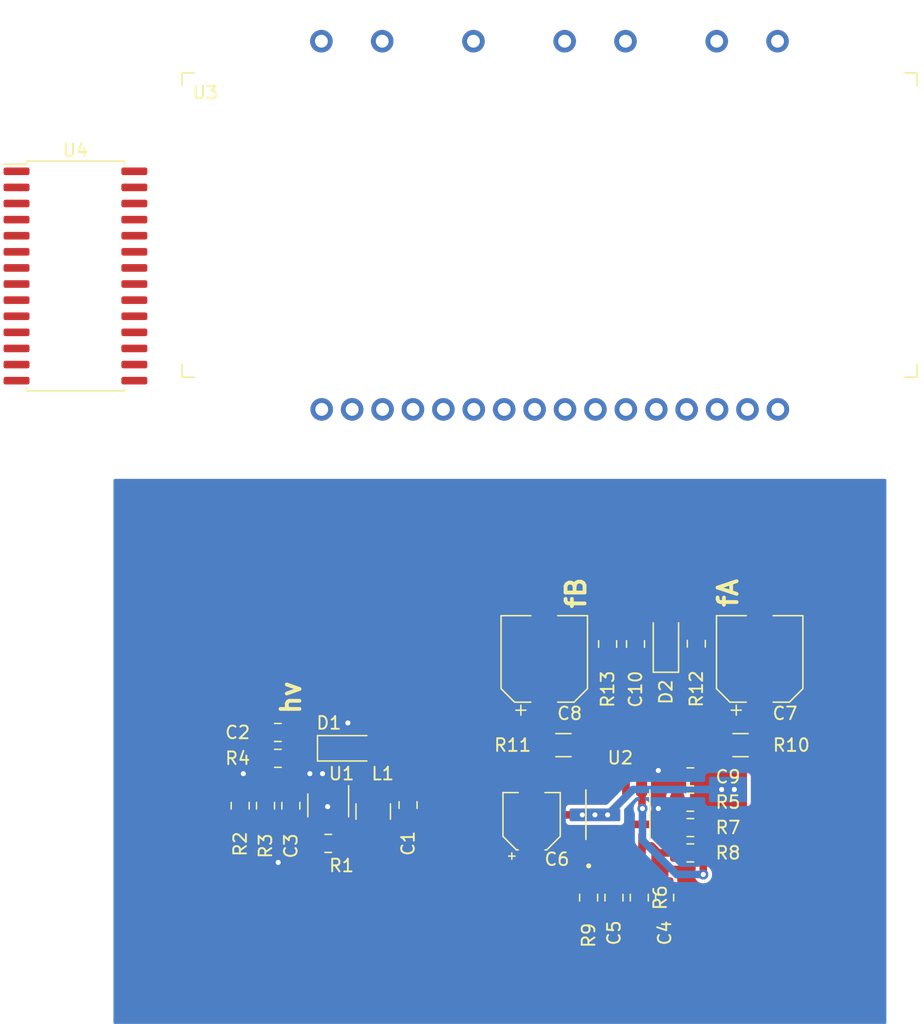
<source format=kicad_pcb>
(kicad_pcb (version 20171130) (host pcbnew 5.1.6)

  (general
    (thickness 1.6002)
    (drawings 3)
    (tracks 52)
    (zones 0)
    (modules 30)
    (nets 19)
  )

  (page A4)
  (title_block
    (rev 1)
  )

  (layers
    (0 Front signal)
    (31 Back signal)
    (34 B.Paste user)
    (35 F.Paste user)
    (36 B.SilkS user)
    (37 F.SilkS user)
    (38 B.Mask user)
    (39 F.Mask user)
    (44 Edge.Cuts user)
    (45 Margin user)
    (46 B.CrtYd user)
    (47 F.CrtYd user)
    (49 F.Fab user hide)
  )

  (setup
    (last_trace_width 0.6)
    (user_trace_width 0.1)
    (user_trace_width 0.2)
    (user_trace_width 0.5)
    (user_trace_width 0.6)
    (trace_clearance 0.25)
    (zone_clearance 0.3)
    (zone_45_only no)
    (trace_min 0.1)
    (via_size 0.8)
    (via_drill 0.4)
    (via_min_size 0.45)
    (via_min_drill 0.2)
    (user_via 0.45 0.2)
    (user_via 0.8 0.4)
    (uvia_size 0.8)
    (uvia_drill 0.4)
    (uvias_allowed no)
    (uvia_min_size 0)
    (uvia_min_drill 0)
    (edge_width 0.1)
    (segment_width 0.1)
    (pcb_text_width 0.3)
    (pcb_text_size 1.5 1.5)
    (mod_edge_width 0.1)
    (mod_text_size 0.8 0.8)
    (mod_text_width 0.1)
    (pad_size 1.524 1.524)
    (pad_drill 0.762)
    (pad_to_mask_clearance 0)
    (solder_mask_min_width 0.1)
    (aux_axis_origin 0 0)
    (visible_elements FFFFFF7F)
    (pcbplotparams
      (layerselection 0x010fc_ffffffff)
      (usegerberextensions false)
      (usegerberattributes false)
      (usegerberadvancedattributes false)
      (creategerberjobfile false)
      (excludeedgelayer true)
      (linewidth 0.152400)
      (plotframeref false)
      (viasonmask false)
      (mode 1)
      (useauxorigin false)
      (hpglpennumber 1)
      (hpglpenspeed 20)
      (hpglpendiameter 15.000000)
      (psnegative false)
      (psa4output false)
      (plotreference true)
      (plotvalue false)
      (plotinvisibletext false)
      (padsonsilk false)
      (subtractmaskfromsilk true)
      (outputformat 1)
      (mirror false)
      (drillshape 0)
      (scaleselection 1)
      (outputdirectory "./gerbers_for_aisler"))
  )

  (net 0 "")
  (net 1 GND)
  (net 2 "/Universal VFD PSU by Rolo Kamp/5V")
  (net 3 "Net-(D1-Pad2)")
  (net 4 "/Universal VFD PSU by Rolo Kamp/~HV_SHDN~")
  (net 5 "Net-(R3-Pad1)")
  (net 6 "Net-(C3-Pad1)")
  (net 7 "Net-(C4-Pad1)")
  (net 8 "Net-(C5-Pad1)")
  (net 9 "Net-(C7-Pad1)")
  (net 10 "Net-(C8-Pad1)")
  (net 11 "Net-(C10-Pad1)")
  (net 12 "Net-(R5-Pad2)")
  (net 13 "Net-(R10-Pad2)")
  (net 14 "/Universal VFD PSU by Rolo Kamp/FIL_SHDN")
  (net 15 "Net-(R11-Pad2)")
  (net 16 +24V)
  (net 17 FILAMENT+)
  (net 18 FILAMENT-)

  (net_class Default "This is the default net class."
    (clearance 0.25)
    (trace_width 0.25)
    (via_dia 0.8)
    (via_drill 0.4)
    (uvia_dia 0.8)
    (uvia_drill 0.4)
    (diff_pair_width 0.25)
    (diff_pair_gap 0.25)
    (add_net +24V)
    (add_net "/Universal VFD PSU by Rolo Kamp/5V")
    (add_net "/Universal VFD PSU by Rolo Kamp/FIL_SHDN")
    (add_net "/Universal VFD PSU by Rolo Kamp/~HV_SHDN~")
    (add_net FILAMENT+)
    (add_net FILAMENT-)
    (add_net GND)
    (add_net "Net-(C10-Pad1)")
    (add_net "Net-(C3-Pad1)")
    (add_net "Net-(C4-Pad1)")
    (add_net "Net-(C5-Pad1)")
    (add_net "Net-(C7-Pad1)")
    (add_net "Net-(C8-Pad1)")
    (add_net "Net-(D1-Pad2)")
    (add_net "Net-(R10-Pad2)")
    (add_net "Net-(R11-Pad2)")
    (add_net "Net-(R3-Pad1)")
    (add_net "Net-(R5-Pad2)")
    (add_net "Net-(U3-Pad10)")
    (add_net "Net-(U3-Pad11)")
    (add_net "Net-(U3-Pad12)")
    (add_net "Net-(U3-Pad13)")
    (add_net "Net-(U3-Pad14)")
    (add_net "Net-(U3-Pad15)")
    (add_net "Net-(U3-Pad18)")
    (add_net "Net-(U3-Pad19)")
    (add_net "Net-(U3-Pad2)")
    (add_net "Net-(U3-Pad20)")
    (add_net "Net-(U3-Pad21)")
    (add_net "Net-(U3-Pad22)")
    (add_net "Net-(U3-Pad3)")
    (add_net "Net-(U3-Pad4)")
    (add_net "Net-(U3-Pad5)")
    (add_net "Net-(U3-Pad6)")
    (add_net "Net-(U3-Pad7)")
    (add_net "Net-(U3-Pad8)")
    (add_net "Net-(U3-Pad9)")
    (add_net "Net-(U4-Pad10)")
    (add_net "Net-(U4-Pad11)")
    (add_net "Net-(U4-Pad12)")
    (add_net "Net-(U4-Pad13)")
    (add_net "Net-(U4-Pad15)")
    (add_net "Net-(U4-Pad16)")
    (add_net "Net-(U4-Pad17)")
    (add_net "Net-(U4-Pad18)")
    (add_net "Net-(U4-Pad19)")
    (add_net "Net-(U4-Pad2)")
    (add_net "Net-(U4-Pad20)")
    (add_net "Net-(U4-Pad21)")
    (add_net "Net-(U4-Pad22)")
    (add_net "Net-(U4-Pad23)")
    (add_net "Net-(U4-Pad24)")
    (add_net "Net-(U4-Pad25)")
    (add_net "Net-(U4-Pad26)")
    (add_net "Net-(U4-Pad27)")
    (add_net "Net-(U4-Pad3)")
    (add_net "Net-(U4-Pad4)")
    (add_net "Net-(U4-Pad5)")
    (add_net "Net-(U4-Pad6)")
    (add_net "Net-(U4-Pad7)")
    (add_net "Net-(U4-Pad8)")
    (add_net "Net-(U4-Pad9)")
  )

  (net_class Min ""
    (clearance 0.1)
    (trace_width 0.1)
    (via_dia 0.45)
    (via_drill 0.2)
    (uvia_dia 0.45)
    (uvia_drill 0.2)
    (diff_pair_width 0.12)
    (diff_pair_gap 0.12)
  )

  (module extra_libraries:IVL2-7_5 (layer Front) (tedit 5F19BF67) (tstamp 5F1A517D)
    (at 85.91042 6.48462)
    (path /5F192B05)
    (fp_text reference U3 (at 12.34186 7.0612) (layer F.SilkS)
      (effects (font (size 1 1) (thickness 0.15)))
    )
    (fp_text value IVL2-5_7 (at 15 9) (layer F.Fab)
      (effects (font (size 1 1) (thickness 0.15)))
    )
    (fp_line (start 10 30) (end 69 30) (layer F.Fab) (width 0.12))
    (fp_line (start 69 30) (end 69 5) (layer F.Fab) (width 0.12))
    (fp_line (start 69 5) (end 10 5) (layer F.Fab) (width 0.12))
    (fp_line (start 10 5) (end 10 30) (layer F.Fab) (width 0.12))
    (fp_line (start 10 22) (end 8 18.5) (layer F.Fab) (width 0.12))
    (fp_line (start 8 18.5) (end 3 18.5) (layer F.Fab) (width 0.12))
    (fp_line (start 3 16.5) (end 8 16.5) (layer F.Fab) (width 0.12))
    (fp_line (start 8 16.5) (end 10 13) (layer F.Fab) (width 0.12))
    (fp_line (start 3 16.5) (end 3 18.5) (layer F.Fab) (width 0.12))
    (fp_line (start 10.5 6.5) (end 10.5 5.5) (layer F.SilkS) (width 0.12))
    (fp_line (start 10.5 5.5) (end 11.5 5.5) (layer F.SilkS) (width 0.12))
    (fp_line (start 68.5 6.5) (end 68.5 5.5) (layer F.SilkS) (width 0.12))
    (fp_line (start 68.5 5.5) (end 67.5 5.5) (layer F.SilkS) (width 0.12))
    (fp_line (start 67.5 29.5) (end 68.5 29.5) (layer F.SilkS) (width 0.12))
    (fp_line (start 68.5 29.5) (end 68.5 28.5) (layer F.SilkS) (width 0.12))
    (fp_line (start 10.5 28.5) (end 10.5 29.5) (layer F.SilkS) (width 0.12))
    (fp_line (start 10.5 29.5) (end 11.5 29.5) (layer F.SilkS) (width 0.12))
    (pad 23 thru_hole circle (at 21.5 3) (size 1.778 1.778) (drill 1.016) (layers *.Cu *.Mask)
      (net 17 FILAMENT+))
    (pad 22 thru_hole circle (at 26.3 3) (size 1.778 1.778) (drill 1.016) (layers *.Cu *.Mask))
    (pad 21 thru_hole circle (at 33.5 3) (size 1.778 1.778) (drill 1.016) (layers *.Cu *.Mask))
    (pad 20 thru_hole circle (at 40.7 3) (size 1.778 1.778) (drill 1.016) (layers *.Cu *.Mask))
    (pad 19 thru_hole circle (at 45.5 3) (size 1.778 1.778) (drill 1.016) (layers *.Cu *.Mask))
    (pad 18 thru_hole circle (at 52.7 3) (size 1.778 1.778) (drill 1.016) (layers *.Cu *.Mask))
    (pad 17 thru_hole circle (at 57.5 3) (size 1.778 1.778) (drill 1.016) (layers *.Cu *.Mask)
      (net 18 FILAMENT-))
    (pad 16 thru_hole circle (at 57.526646 32.03497) (size 1.778 1.778) (drill 1.016) (layers *.Cu *.Mask)
      (net 18 FILAMENT-))
    (pad 15 thru_hole circle (at 55.126646 32.03497) (size 1.778 1.778) (drill 1.016) (layers *.Cu *.Mask))
    (pad 14 thru_hole circle (at 52.726646 32.03497) (size 1.778 1.778) (drill 1.016) (layers *.Cu *.Mask))
    (pad 13 thru_hole circle (at 50.326646 32.03497) (size 1.778 1.778) (drill 1.016) (layers *.Cu *.Mask))
    (pad 12 thru_hole circle (at 47.926646 32.03497) (size 1.778 1.778) (drill 1.016) (layers *.Cu *.Mask))
    (pad 11 thru_hole circle (at 45.526646 32.03497) (size 1.778 1.778) (drill 1.016) (layers *.Cu *.Mask))
    (pad 10 thru_hole circle (at 43.126646 32.03497) (size 1.778 1.778) (drill 1.016) (layers *.Cu *.Mask))
    (pad 9 thru_hole circle (at 40.726646 32.03497) (size 1.778 1.778) (drill 1.016) (layers *.Cu *.Mask))
    (pad 8 thru_hole circle (at 38.326646 32.03497) (size 1.778 1.778) (drill 1.016) (layers *.Cu *.Mask))
    (pad 7 thru_hole circle (at 35.926646 32.03497) (size 1.778 1.778) (drill 1.016) (layers *.Cu *.Mask))
    (pad 6 thru_hole circle (at 33.526646 32.03497) (size 1.778 1.778) (drill 1.016) (layers *.Cu *.Mask))
    (pad 5 thru_hole circle (at 31.126646 32.03497) (size 1.778 1.778) (drill 1.016) (layers *.Cu *.Mask))
    (pad 4 thru_hole circle (at 28.726646 32.03497) (size 1.778 1.778) (drill 1.016) (layers *.Cu *.Mask))
    (pad 3 thru_hole circle (at 26.326646 32.03497) (size 1.778 1.778) (drill 1.016) (layers *.Cu *.Mask))
    (pad 2 thru_hole circle (at 23.926646 32.03497) (size 1.778 1.778) (drill 1.016) (layers *.Cu *.Mask))
    (pad 1 thru_hole circle (at 21.526646 32.03497) (size 1.778 1.778) (drill 1.016) (layers *.Cu *.Mask)
      (net 17 FILAMENT+))
  )

  (module Package_SO:SOIC-28W_7.5x17.9mm_P1.27mm (layer Front) (tedit 5D9F72B1) (tstamp 5F1A2EDD)
    (at 88 28)
    (descr "SOIC, 28 Pin (JEDEC MS-013AE, https://www.analog.com/media/en/package-pcb-resources/package/35833120341221rw_28.pdf), generated with kicad-footprint-generator ipc_gullwing_generator.py")
    (tags "SOIC SO")
    (path /5F19BBE0)
    (attr smd)
    (fp_text reference U4 (at 0 -9.9) (layer F.SilkS)
      (effects (font (size 1 1) (thickness 0.15)))
    )
    (fp_text value HV5812WG (at 0 9.9) (layer F.Fab)
      (effects (font (size 1 1) (thickness 0.15)))
    )
    (fp_text user %R (at 0 0) (layer F.Fab)
      (effects (font (size 1 1) (thickness 0.15)))
    )
    (fp_line (start 0 9.06) (end 3.86 9.06) (layer F.SilkS) (width 0.12))
    (fp_line (start 3.86 9.06) (end 3.86 8.815) (layer F.SilkS) (width 0.12))
    (fp_line (start 0 9.06) (end -3.86 9.06) (layer F.SilkS) (width 0.12))
    (fp_line (start -3.86 9.06) (end -3.86 8.815) (layer F.SilkS) (width 0.12))
    (fp_line (start 0 -9.06) (end 3.86 -9.06) (layer F.SilkS) (width 0.12))
    (fp_line (start 3.86 -9.06) (end 3.86 -8.815) (layer F.SilkS) (width 0.12))
    (fp_line (start 0 -9.06) (end -3.86 -9.06) (layer F.SilkS) (width 0.12))
    (fp_line (start -3.86 -9.06) (end -3.86 -8.815) (layer F.SilkS) (width 0.12))
    (fp_line (start -3.86 -8.815) (end -5.675 -8.815) (layer F.SilkS) (width 0.12))
    (fp_line (start -2.75 -8.95) (end 3.75 -8.95) (layer F.Fab) (width 0.1))
    (fp_line (start 3.75 -8.95) (end 3.75 8.95) (layer F.Fab) (width 0.1))
    (fp_line (start 3.75 8.95) (end -3.75 8.95) (layer F.Fab) (width 0.1))
    (fp_line (start -3.75 8.95) (end -3.75 -7.95) (layer F.Fab) (width 0.1))
    (fp_line (start -3.75 -7.95) (end -2.75 -8.95) (layer F.Fab) (width 0.1))
    (fp_line (start -5.93 -9.2) (end -5.93 9.2) (layer F.CrtYd) (width 0.05))
    (fp_line (start -5.93 9.2) (end 5.93 9.2) (layer F.CrtYd) (width 0.05))
    (fp_line (start 5.93 9.2) (end 5.93 -9.2) (layer F.CrtYd) (width 0.05))
    (fp_line (start 5.93 -9.2) (end -5.93 -9.2) (layer F.CrtYd) (width 0.05))
    (pad 28 smd roundrect (at 4.65 -8.255) (size 2.05 0.6) (layers Front F.Paste F.Mask) (roundrect_rratio 0.25))
    (pad 27 smd roundrect (at 4.65 -6.985) (size 2.05 0.6) (layers Front F.Paste F.Mask) (roundrect_rratio 0.25))
    (pad 26 smd roundrect (at 4.65 -5.715) (size 2.05 0.6) (layers Front F.Paste F.Mask) (roundrect_rratio 0.25))
    (pad 25 smd roundrect (at 4.65 -4.445) (size 2.05 0.6) (layers Front F.Paste F.Mask) (roundrect_rratio 0.25))
    (pad 24 smd roundrect (at 4.65 -3.175) (size 2.05 0.6) (layers Front F.Paste F.Mask) (roundrect_rratio 0.25))
    (pad 23 smd roundrect (at 4.65 -1.905) (size 2.05 0.6) (layers Front F.Paste F.Mask) (roundrect_rratio 0.25))
    (pad 22 smd roundrect (at 4.65 -0.635) (size 2.05 0.6) (layers Front F.Paste F.Mask) (roundrect_rratio 0.25))
    (pad 21 smd roundrect (at 4.65 0.635) (size 2.05 0.6) (layers Front F.Paste F.Mask) (roundrect_rratio 0.25))
    (pad 20 smd roundrect (at 4.65 1.905) (size 2.05 0.6) (layers Front F.Paste F.Mask) (roundrect_rratio 0.25))
    (pad 19 smd roundrect (at 4.65 3.175) (size 2.05 0.6) (layers Front F.Paste F.Mask) (roundrect_rratio 0.25))
    (pad 18 smd roundrect (at 4.65 4.445) (size 2.05 0.6) (layers Front F.Paste F.Mask) (roundrect_rratio 0.25))
    (pad 17 smd roundrect (at 4.65 5.715) (size 2.05 0.6) (layers Front F.Paste F.Mask) (roundrect_rratio 0.25))
    (pad 16 smd roundrect (at 4.65 6.985) (size 2.05 0.6) (layers Front F.Paste F.Mask) (roundrect_rratio 0.25))
    (pad 15 smd roundrect (at 4.65 8.255) (size 2.05 0.6) (layers Front F.Paste F.Mask) (roundrect_rratio 0.25))
    (pad 14 smd roundrect (at -4.65 8.255) (size 2.05 0.6) (layers Front F.Paste F.Mask) (roundrect_rratio 0.25)
      (net 1 GND))
    (pad 13 smd roundrect (at -4.65 6.985) (size 2.05 0.6) (layers Front F.Paste F.Mask) (roundrect_rratio 0.25))
    (pad 12 smd roundrect (at -4.65 5.715) (size 2.05 0.6) (layers Front F.Paste F.Mask) (roundrect_rratio 0.25))
    (pad 11 smd roundrect (at -4.65 4.445) (size 2.05 0.6) (layers Front F.Paste F.Mask) (roundrect_rratio 0.25))
    (pad 10 smd roundrect (at -4.65 3.175) (size 2.05 0.6) (layers Front F.Paste F.Mask) (roundrect_rratio 0.25))
    (pad 9 smd roundrect (at -4.65 1.905) (size 2.05 0.6) (layers Front F.Paste F.Mask) (roundrect_rratio 0.25))
    (pad 8 smd roundrect (at -4.65 0.635) (size 2.05 0.6) (layers Front F.Paste F.Mask) (roundrect_rratio 0.25))
    (pad 7 smd roundrect (at -4.65 -0.635) (size 2.05 0.6) (layers Front F.Paste F.Mask) (roundrect_rratio 0.25))
    (pad 6 smd roundrect (at -4.65 -1.905) (size 2.05 0.6) (layers Front F.Paste F.Mask) (roundrect_rratio 0.25))
    (pad 5 smd roundrect (at -4.65 -3.175) (size 2.05 0.6) (layers Front F.Paste F.Mask) (roundrect_rratio 0.25))
    (pad 4 smd roundrect (at -4.65 -4.445) (size 2.05 0.6) (layers Front F.Paste F.Mask) (roundrect_rratio 0.25))
    (pad 3 smd roundrect (at -4.65 -5.715) (size 2.05 0.6) (layers Front F.Paste F.Mask) (roundrect_rratio 0.25))
    (pad 2 smd roundrect (at -4.65 -6.985) (size 2.05 0.6) (layers Front F.Paste F.Mask) (roundrect_rratio 0.25))
    (pad 1 smd roundrect (at -4.65 -8.255) (size 2.05 0.6) (layers Front F.Paste F.Mask) (roundrect_rratio 0.25)
      (net 16 +24V))
    (model ${KISYS3DMOD}/Package_SO.3dshapes/SOIC-28W_7.5x17.9mm_P1.27mm.wrl
      (at (xyz 0 0 0))
      (scale (xyz 1 1 1))
      (rotate (xyz 0 0 0))
    )
  )

  (module snapeda_lib:SOIC127P599X175-8N (layer Front) (tedit 5F186DBB) (tstamp 5F190D54)
    (at 130.81 70.485 90)
    (path /5F189B7D/5F1B4DF1)
    (fp_text reference U2 (at 4.485 0.19 180) (layer F.SilkS)
      (effects (font (size 1 1) (thickness 0.15)))
    )
    (fp_text value LM4871MX_NOPB (at 7.87 3.537 90) (layer F.Fab)
      (effects (font (size 1 1) (thickness 0.015)))
    )
    (fp_line (start 3.705 -2.7025) (end 3.705 2.7025) (layer F.CrtYd) (width 0.05))
    (fp_line (start -3.705 -2.7025) (end -3.705 2.7025) (layer F.CrtYd) (width 0.05))
    (fp_line (start -3.705 2.7025) (end 3.705 2.7025) (layer F.CrtYd) (width 0.05))
    (fp_line (start -3.705 -2.7025) (end 3.705 -2.7025) (layer F.CrtYd) (width 0.05))
    (fp_line (start 1.95 -2.4525) (end 1.95 2.4525) (layer F.Fab) (width 0.127))
    (fp_line (start -1.95 -2.4525) (end -1.95 2.4525) (layer F.Fab) (width 0.127))
    (fp_line (start -1.95 2.525) (end 1.95 2.525) (layer F.SilkS) (width 0.127))
    (fp_line (start -1.95 -2.525) (end 1.95 -2.525) (layer F.SilkS) (width 0.127))
    (fp_line (start -1.95 2.4525) (end 1.95 2.4525) (layer F.Fab) (width 0.127))
    (fp_line (start -1.95 -2.4525) (end 1.95 -2.4525) (layer F.Fab) (width 0.127))
    (fp_circle (center -4.04 -2.305) (end -3.94 -2.305) (layer F.Fab) (width 0.2))
    (fp_circle (center -4.04 -2.305) (end -3.94 -2.305) (layer F.SilkS) (width 0.2))
    (pad 8 smd rect (at 2.47 -1.905 90) (size 1.97 0.6) (layers Front F.Paste F.Mask)
      (net 15 "Net-(R11-Pad2)"))
    (pad 7 smd rect (at 2.47 -0.635 90) (size 1.97 0.6) (layers Front F.Paste F.Mask)
      (net 1 GND))
    (pad 6 smd rect (at 2.47 0.635 90) (size 1.97 0.6) (layers Front F.Paste F.Mask)
      (net 2 "/Universal VFD PSU by Rolo Kamp/5V"))
    (pad 5 smd rect (at 2.47 1.905 90) (size 1.97 0.6) (layers Front F.Paste F.Mask)
      (net 13 "Net-(R10-Pad2)"))
    (pad 4 smd rect (at -2.47 1.905 90) (size 1.97 0.6) (layers Front F.Paste F.Mask)
      (net 7 "Net-(C4-Pad1)"))
    (pad 3 smd rect (at -2.47 0.635 90) (size 1.97 0.6) (layers Front F.Paste F.Mask)
      (net 12 "Net-(R5-Pad2)"))
    (pad 2 smd rect (at -2.47 -0.635 90) (size 1.97 0.6) (layers Front F.Paste F.Mask)
      (net 8 "Net-(C5-Pad1)"))
    (pad 1 smd rect (at -2.47 -1.905 90) (size 1.97 0.6) (layers Front F.Paste F.Mask)
      (net 14 "/Universal VFD PSU by Rolo Kamp/FIL_SHDN"))
  )

  (module Resistor_SMD:R_0805_2012Metric_Pad1.15x1.40mm_HandSolder (layer Front) (tedit 5B36C52B) (tstamp 5F1ADB6B)
    (at 130 57.025 90)
    (descr "Resistor SMD 0805 (2012 Metric), square (rectangular) end terminal, IPC_7351 nominal with elongated pad for handsoldering. (Body size source: https://docs.google.com/spreadsheets/d/1BsfQQcO9C6DZCsRaXUlFlo91Tg2WpOkGARC1WS5S8t0/edit?usp=sharing), generated with kicad-footprint-generator")
    (tags "resistor handsolder")
    (path /5F189B7D/5F1CCD85)
    (attr smd)
    (fp_text reference R13 (at -3.565 0 90) (layer F.SilkS)
      (effects (font (size 1 1) (thickness 0.15)))
    )
    (fp_text value 220Ω (at 0 1.65 90) (layer F.Fab)
      (effects (font (size 1 1) (thickness 0.15)))
    )
    (fp_line (start 1.85 0.95) (end -1.85 0.95) (layer F.CrtYd) (width 0.05))
    (fp_line (start 1.85 -0.95) (end 1.85 0.95) (layer F.CrtYd) (width 0.05))
    (fp_line (start -1.85 -0.95) (end 1.85 -0.95) (layer F.CrtYd) (width 0.05))
    (fp_line (start -1.85 0.95) (end -1.85 -0.95) (layer F.CrtYd) (width 0.05))
    (fp_line (start -0.261252 0.71) (end 0.261252 0.71) (layer F.SilkS) (width 0.12))
    (fp_line (start -0.261252 -0.71) (end 0.261252 -0.71) (layer F.SilkS) (width 0.12))
    (fp_line (start 1 0.6) (end -1 0.6) (layer F.Fab) (width 0.1))
    (fp_line (start 1 -0.6) (end 1 0.6) (layer F.Fab) (width 0.1))
    (fp_line (start -1 -0.6) (end 1 -0.6) (layer F.Fab) (width 0.1))
    (fp_line (start -1 0.6) (end -1 -0.6) (layer F.Fab) (width 0.1))
    (fp_text user %R (at 0 0 90) (layer F.Fab)
      (effects (font (size 0.5 0.5) (thickness 0.08)))
    )
    (pad 2 smd roundrect (at 1.025 0 90) (size 1.15 1.4) (layers Front F.Paste F.Mask) (roundrect_rratio 0.217391)
      (net 18 FILAMENT-))
    (pad 1 smd roundrect (at -1.025 0 90) (size 1.15 1.4) (layers Front F.Paste F.Mask) (roundrect_rratio 0.217391)
      (net 11 "Net-(C10-Pad1)"))
    (model ${KISYS3DMOD}/Resistor_SMD.3dshapes/R_0805_2012Metric.wrl
      (at (xyz 0 0 0))
      (scale (xyz 1 1 1))
      (rotate (xyz 0 0 0))
    )
  )

  (module Resistor_SMD:R_0805_2012Metric_Pad1.15x1.40mm_HandSolder (layer Front) (tedit 5B36C52B) (tstamp 5F1ADB3B)
    (at 137 57 90)
    (descr "Resistor SMD 0805 (2012 Metric), square (rectangular) end terminal, IPC_7351 nominal with elongated pad for handsoldering. (Body size source: https://docs.google.com/spreadsheets/d/1BsfQQcO9C6DZCsRaXUlFlo91Tg2WpOkGARC1WS5S8t0/edit?usp=sharing), generated with kicad-footprint-generator")
    (tags "resistor handsolder")
    (path /5F189B7D/5F1CCFC3)
    (attr smd)
    (fp_text reference R12 (at -3.565 0 90) (layer F.SilkS)
      (effects (font (size 1 1) (thickness 0.15)))
    )
    (fp_text value 220Ω (at 0 1.65 90) (layer F.Fab)
      (effects (font (size 1 1) (thickness 0.15)))
    )
    (fp_line (start 1.85 0.95) (end -1.85 0.95) (layer F.CrtYd) (width 0.05))
    (fp_line (start 1.85 -0.95) (end 1.85 0.95) (layer F.CrtYd) (width 0.05))
    (fp_line (start -1.85 -0.95) (end 1.85 -0.95) (layer F.CrtYd) (width 0.05))
    (fp_line (start -1.85 0.95) (end -1.85 -0.95) (layer F.CrtYd) (width 0.05))
    (fp_line (start -0.261252 0.71) (end 0.261252 0.71) (layer F.SilkS) (width 0.12))
    (fp_line (start -0.261252 -0.71) (end 0.261252 -0.71) (layer F.SilkS) (width 0.12))
    (fp_line (start 1 0.6) (end -1 0.6) (layer F.Fab) (width 0.1))
    (fp_line (start 1 -0.6) (end 1 0.6) (layer F.Fab) (width 0.1))
    (fp_line (start -1 -0.6) (end 1 -0.6) (layer F.Fab) (width 0.1))
    (fp_line (start -1 0.6) (end -1 -0.6) (layer F.Fab) (width 0.1))
    (fp_text user %R (at 0 0 90) (layer F.Fab)
      (effects (font (size 0.5 0.5) (thickness 0.08)))
    )
    (pad 2 smd roundrect (at 1.025 0 90) (size 1.15 1.4) (layers Front F.Paste F.Mask) (roundrect_rratio 0.217391)
      (net 17 FILAMENT+))
    (pad 1 smd roundrect (at -1.025 0 90) (size 1.15 1.4) (layers Front F.Paste F.Mask) (roundrect_rratio 0.217391)
      (net 11 "Net-(C10-Pad1)"))
    (model ${KISYS3DMOD}/Resistor_SMD.3dshapes/R_0805_2012Metric.wrl
      (at (xyz 0 0 0))
      (scale (xyz 1 1 1))
      (rotate (xyz 0 0 0))
    )
  )

  (module Resistor_SMD:R_1206_3216Metric_Pad1.42x1.75mm_HandSolder (layer Front) (tedit 5B301BBD) (tstamp 5F190CF2)
    (at 126.5125 65)
    (descr "Resistor SMD 1206 (3216 Metric), square (rectangular) end terminal, IPC_7351 nominal with elongated pad for handsoldering. (Body size source: http://www.tortai-tech.com/upload/download/2011102023233369053.pdf), generated with kicad-footprint-generator")
    (tags "resistor handsolder")
    (path /5F189B7D/5F1CC9C1)
    (attr smd)
    (fp_text reference R11 (at -4.0125 0) (layer F.SilkS)
      (effects (font (size 1 1) (thickness 0.15)))
    )
    (fp_text value 10Ω (at 0 1.82) (layer F.Fab)
      (effects (font (size 1 1) (thickness 0.15)))
    )
    (fp_line (start 2.45 1.12) (end -2.45 1.12) (layer F.CrtYd) (width 0.05))
    (fp_line (start 2.45 -1.12) (end 2.45 1.12) (layer F.CrtYd) (width 0.05))
    (fp_line (start -2.45 -1.12) (end 2.45 -1.12) (layer F.CrtYd) (width 0.05))
    (fp_line (start -2.45 1.12) (end -2.45 -1.12) (layer F.CrtYd) (width 0.05))
    (fp_line (start -0.602064 0.91) (end 0.602064 0.91) (layer F.SilkS) (width 0.12))
    (fp_line (start -0.602064 -0.91) (end 0.602064 -0.91) (layer F.SilkS) (width 0.12))
    (fp_line (start 1.6 0.8) (end -1.6 0.8) (layer F.Fab) (width 0.1))
    (fp_line (start 1.6 -0.8) (end 1.6 0.8) (layer F.Fab) (width 0.1))
    (fp_line (start -1.6 -0.8) (end 1.6 -0.8) (layer F.Fab) (width 0.1))
    (fp_line (start -1.6 0.8) (end -1.6 -0.8) (layer F.Fab) (width 0.1))
    (fp_text user %R (at 0 0) (layer F.Fab)
      (effects (font (size 0.8 0.8) (thickness 0.12)))
    )
    (pad 2 smd roundrect (at 1.4875 0) (size 1.425 1.75) (layers Front F.Paste F.Mask) (roundrect_rratio 0.175439)
      (net 15 "Net-(R11-Pad2)"))
    (pad 1 smd roundrect (at -1.4875 0) (size 1.425 1.75) (layers Front F.Paste F.Mask) (roundrect_rratio 0.175439)
      (net 10 "Net-(C8-Pad1)"))
    (model ${KISYS3DMOD}/Resistor_SMD.3dshapes/R_1206_3216Metric.wrl
      (at (xyz 0 0 0))
      (scale (xyz 1 1 1))
      (rotate (xyz 0 0 0))
    )
  )

  (module Resistor_SMD:R_1206_3216Metric_Pad1.42x1.75mm_HandSolder (layer Front) (tedit 5B301BBD) (tstamp 5F190CE1)
    (at 140.4875 65 180)
    (descr "Resistor SMD 1206 (3216 Metric), square (rectangular) end terminal, IPC_7351 nominal with elongated pad for handsoldering. (Body size source: http://www.tortai-tech.com/upload/download/2011102023233369053.pdf), generated with kicad-footprint-generator")
    (tags "resistor handsolder")
    (path /5F189B7D/5F1CC732)
    (attr smd)
    (fp_text reference R10 (at -4.0125 0) (layer F.SilkS)
      (effects (font (size 1 1) (thickness 0.15)))
    )
    (fp_text value 10Ω (at 0 1.82) (layer F.Fab)
      (effects (font (size 1 1) (thickness 0.15)))
    )
    (fp_line (start 2.45 1.12) (end -2.45 1.12) (layer F.CrtYd) (width 0.05))
    (fp_line (start 2.45 -1.12) (end 2.45 1.12) (layer F.CrtYd) (width 0.05))
    (fp_line (start -2.45 -1.12) (end 2.45 -1.12) (layer F.CrtYd) (width 0.05))
    (fp_line (start -2.45 1.12) (end -2.45 -1.12) (layer F.CrtYd) (width 0.05))
    (fp_line (start -0.602064 0.91) (end 0.602064 0.91) (layer F.SilkS) (width 0.12))
    (fp_line (start -0.602064 -0.91) (end 0.602064 -0.91) (layer F.SilkS) (width 0.12))
    (fp_line (start 1.6 0.8) (end -1.6 0.8) (layer F.Fab) (width 0.1))
    (fp_line (start 1.6 -0.8) (end 1.6 0.8) (layer F.Fab) (width 0.1))
    (fp_line (start -1.6 -0.8) (end 1.6 -0.8) (layer F.Fab) (width 0.1))
    (fp_line (start -1.6 0.8) (end -1.6 -0.8) (layer F.Fab) (width 0.1))
    (fp_text user %R (at 0 0) (layer F.Fab)
      (effects (font (size 0.8 0.8) (thickness 0.12)))
    )
    (pad 2 smd roundrect (at 1.4875 0 180) (size 1.425 1.75) (layers Front F.Paste F.Mask) (roundrect_rratio 0.175439)
      (net 13 "Net-(R10-Pad2)"))
    (pad 1 smd roundrect (at -1.4875 0 180) (size 1.425 1.75) (layers Front F.Paste F.Mask) (roundrect_rratio 0.175439)
      (net 9 "Net-(C7-Pad1)"))
    (model ${KISYS3DMOD}/Resistor_SMD.3dshapes/R_1206_3216Metric.wrl
      (at (xyz 0 0 0))
      (scale (xyz 1 1 1))
      (rotate (xyz 0 0 0))
    )
  )

  (module Resistor_SMD:R_0805_2012Metric_Pad1.15x1.40mm_HandSolder (layer Front) (tedit 5B36C52B) (tstamp 5F190CD0)
    (at 128.5 77.025 270)
    (descr "Resistor SMD 0805 (2012 Metric), square (rectangular) end terminal, IPC_7351 nominal with elongated pad for handsoldering. (Body size source: https://docs.google.com/spreadsheets/d/1BsfQQcO9C6DZCsRaXUlFlo91Tg2WpOkGARC1WS5S8t0/edit?usp=sharing), generated with kicad-footprint-generator")
    (tags "resistor handsolder")
    (path /5F189B7D/5F1B863B)
    (attr smd)
    (fp_text reference R9 (at 2.975 0 90) (layer F.SilkS)
      (effects (font (size 1 1) (thickness 0.15)))
    )
    (fp_text value 10kΩ (at 0 1.65 90) (layer F.Fab)
      (effects (font (size 1 1) (thickness 0.15)))
    )
    (fp_line (start 1.85 0.95) (end -1.85 0.95) (layer F.CrtYd) (width 0.05))
    (fp_line (start 1.85 -0.95) (end 1.85 0.95) (layer F.CrtYd) (width 0.05))
    (fp_line (start -1.85 -0.95) (end 1.85 -0.95) (layer F.CrtYd) (width 0.05))
    (fp_line (start -1.85 0.95) (end -1.85 -0.95) (layer F.CrtYd) (width 0.05))
    (fp_line (start -0.261252 0.71) (end 0.261252 0.71) (layer F.SilkS) (width 0.12))
    (fp_line (start -0.261252 -0.71) (end 0.261252 -0.71) (layer F.SilkS) (width 0.12))
    (fp_line (start 1 0.6) (end -1 0.6) (layer F.Fab) (width 0.1))
    (fp_line (start 1 -0.6) (end 1 0.6) (layer F.Fab) (width 0.1))
    (fp_line (start -1 -0.6) (end 1 -0.6) (layer F.Fab) (width 0.1))
    (fp_line (start -1 0.6) (end -1 -0.6) (layer F.Fab) (width 0.1))
    (fp_text user %R (at 0 0 90) (layer F.Fab)
      (effects (font (size 0.5 0.5) (thickness 0.08)))
    )
    (pad 2 smd roundrect (at 1.025 0 270) (size 1.15 1.4) (layers Front F.Paste F.Mask) (roundrect_rratio 0.217391)
      (net 1 GND))
    (pad 1 smd roundrect (at -1.025 0 270) (size 1.15 1.4) (layers Front F.Paste F.Mask) (roundrect_rratio 0.217391)
      (net 14 "/Universal VFD PSU by Rolo Kamp/FIL_SHDN"))
    (model ${KISYS3DMOD}/Resistor_SMD.3dshapes/R_0805_2012Metric.wrl
      (at (xyz 0 0 0))
      (scale (xyz 1 1 1))
      (rotate (xyz 0 0 0))
    )
  )

  (module Resistor_SMD:R_0805_2012Metric_Pad1.15x1.40mm_HandSolder (layer Front) (tedit 5B36C52B) (tstamp 5F1B10E9)
    (at 136.525 73.5)
    (descr "Resistor SMD 0805 (2012 Metric), square (rectangular) end terminal, IPC_7351 nominal with elongated pad for handsoldering. (Body size source: https://docs.google.com/spreadsheets/d/1BsfQQcO9C6DZCsRaXUlFlo91Tg2WpOkGARC1WS5S8t0/edit?usp=sharing), generated with kicad-footprint-generator")
    (tags "resistor handsolder")
    (path /5F189B7D/5F1C37ED)
    (attr smd)
    (fp_text reference R8 (at 2.975 0) (layer F.SilkS)
      (effects (font (size 1 1) (thickness 0.15)))
    )
    (fp_text value 2.2kΩ (at 0 1.65) (layer F.Fab)
      (effects (font (size 1 1) (thickness 0.15)))
    )
    (fp_line (start 1.85 0.95) (end -1.85 0.95) (layer F.CrtYd) (width 0.05))
    (fp_line (start 1.85 -0.95) (end 1.85 0.95) (layer F.CrtYd) (width 0.05))
    (fp_line (start -1.85 -0.95) (end 1.85 -0.95) (layer F.CrtYd) (width 0.05))
    (fp_line (start -1.85 0.95) (end -1.85 -0.95) (layer F.CrtYd) (width 0.05))
    (fp_line (start -0.261252 0.71) (end 0.261252 0.71) (layer F.SilkS) (width 0.12))
    (fp_line (start -0.261252 -0.71) (end 0.261252 -0.71) (layer F.SilkS) (width 0.12))
    (fp_line (start 1 0.6) (end -1 0.6) (layer F.Fab) (width 0.1))
    (fp_line (start 1 -0.6) (end 1 0.6) (layer F.Fab) (width 0.1))
    (fp_line (start -1 -0.6) (end 1 -0.6) (layer F.Fab) (width 0.1))
    (fp_line (start -1 0.6) (end -1 -0.6) (layer F.Fab) (width 0.1))
    (fp_text user %R (at 0 0) (layer F.Fab)
      (effects (font (size 0.5 0.5) (thickness 0.08)))
    )
    (pad 2 smd roundrect (at 1.025 0) (size 1.15 1.4) (layers Front F.Paste F.Mask) (roundrect_rratio 0.217391)
      (net 13 "Net-(R10-Pad2)"))
    (pad 1 smd roundrect (at -1.025 0) (size 1.15 1.4) (layers Front F.Paste F.Mask) (roundrect_rratio 0.217391)
      (net 7 "Net-(C4-Pad1)"))
    (model ${KISYS3DMOD}/Resistor_SMD.3dshapes/R_0805_2012Metric.wrl
      (at (xyz 0 0 0))
      (scale (xyz 1 1 1))
      (rotate (xyz 0 0 0))
    )
  )

  (module Resistor_SMD:R_0805_2012Metric_Pad1.15x1.40mm_HandSolder (layer Front) (tedit 5B36C52B) (tstamp 5F1B10B0)
    (at 136.525 71.5 180)
    (descr "Resistor SMD 0805 (2012 Metric), square (rectangular) end terminal, IPC_7351 nominal with elongated pad for handsoldering. (Body size source: https://docs.google.com/spreadsheets/d/1BsfQQcO9C6DZCsRaXUlFlo91Tg2WpOkGARC1WS5S8t0/edit?usp=sharing), generated with kicad-footprint-generator")
    (tags "resistor handsolder")
    (path /5F189B7D/5F1C3B8B)
    (attr smd)
    (fp_text reference R7 (at -2.975 0) (layer F.SilkS)
      (effects (font (size 1 1) (thickness 0.15)))
    )
    (fp_text value 10kΩ (at 0 1.65) (layer F.Fab)
      (effects (font (size 1 1) (thickness 0.15)))
    )
    (fp_line (start 1.85 0.95) (end -1.85 0.95) (layer F.CrtYd) (width 0.05))
    (fp_line (start 1.85 -0.95) (end 1.85 0.95) (layer F.CrtYd) (width 0.05))
    (fp_line (start -1.85 -0.95) (end 1.85 -0.95) (layer F.CrtYd) (width 0.05))
    (fp_line (start -1.85 0.95) (end -1.85 -0.95) (layer F.CrtYd) (width 0.05))
    (fp_line (start -0.261252 0.71) (end 0.261252 0.71) (layer F.SilkS) (width 0.12))
    (fp_line (start -0.261252 -0.71) (end 0.261252 -0.71) (layer F.SilkS) (width 0.12))
    (fp_line (start 1 0.6) (end -1 0.6) (layer F.Fab) (width 0.1))
    (fp_line (start 1 -0.6) (end 1 0.6) (layer F.Fab) (width 0.1))
    (fp_line (start -1 -0.6) (end 1 -0.6) (layer F.Fab) (width 0.1))
    (fp_line (start -1 0.6) (end -1 -0.6) (layer F.Fab) (width 0.1))
    (fp_text user %R (at 0 0) (layer F.Fab)
      (effects (font (size 0.5 0.5) (thickness 0.08)))
    )
    (pad 2 smd roundrect (at 1.025 0 180) (size 1.15 1.4) (layers Front F.Paste F.Mask) (roundrect_rratio 0.217391)
      (net 12 "Net-(R5-Pad2)"))
    (pad 1 smd roundrect (at -1.025 0 180) (size 1.15 1.4) (layers Front F.Paste F.Mask) (roundrect_rratio 0.217391)
      (net 13 "Net-(R10-Pad2)"))
    (model ${KISYS3DMOD}/Resistor_SMD.3dshapes/R_0805_2012Metric.wrl
      (at (xyz 0 0 0))
      (scale (xyz 1 1 1))
      (rotate (xyz 0 0 0))
    )
  )

  (module Resistor_SMD:R_0805_2012Metric_Pad1.15x1.40mm_HandSolder (layer Front) (tedit 5B36C52B) (tstamp 5F190C9D)
    (at 132.5 77.025 270)
    (descr "Resistor SMD 0805 (2012 Metric), square (rectangular) end terminal, IPC_7351 nominal with elongated pad for handsoldering. (Body size source: https://docs.google.com/spreadsheets/d/1BsfQQcO9C6DZCsRaXUlFlo91Tg2WpOkGARC1WS5S8t0/edit?usp=sharing), generated with kicad-footprint-generator")
    (tags "resistor handsolder")
    (path /5F189B7D/5F1BFECA)
    (attr smd)
    (fp_text reference R6 (at 0 -1.65 90) (layer F.SilkS)
      (effects (font (size 1 1) (thickness 0.15)))
    )
    (fp_text value 10kΩ (at 0 1.65 90) (layer F.Fab)
      (effects (font (size 1 1) (thickness 0.15)))
    )
    (fp_line (start 1.85 0.95) (end -1.85 0.95) (layer F.CrtYd) (width 0.05))
    (fp_line (start 1.85 -0.95) (end 1.85 0.95) (layer F.CrtYd) (width 0.05))
    (fp_line (start -1.85 -0.95) (end 1.85 -0.95) (layer F.CrtYd) (width 0.05))
    (fp_line (start -1.85 0.95) (end -1.85 -0.95) (layer F.CrtYd) (width 0.05))
    (fp_line (start -0.261252 0.71) (end 0.261252 0.71) (layer F.SilkS) (width 0.12))
    (fp_line (start -0.261252 -0.71) (end 0.261252 -0.71) (layer F.SilkS) (width 0.12))
    (fp_line (start 1 0.6) (end -1 0.6) (layer F.Fab) (width 0.1))
    (fp_line (start 1 -0.6) (end 1 0.6) (layer F.Fab) (width 0.1))
    (fp_line (start -1 -0.6) (end 1 -0.6) (layer F.Fab) (width 0.1))
    (fp_line (start -1 0.6) (end -1 -0.6) (layer F.Fab) (width 0.1))
    (fp_text user %R (at 0 0 90) (layer F.Fab)
      (effects (font (size 0.5 0.5) (thickness 0.08)))
    )
    (pad 2 smd roundrect (at 1.025 0 270) (size 1.15 1.4) (layers Front F.Paste F.Mask) (roundrect_rratio 0.217391)
      (net 1 GND))
    (pad 1 smd roundrect (at -1.025 0 270) (size 1.15 1.4) (layers Front F.Paste F.Mask) (roundrect_rratio 0.217391)
      (net 12 "Net-(R5-Pad2)"))
    (model ${KISYS3DMOD}/Resistor_SMD.3dshapes/R_0805_2012Metric.wrl
      (at (xyz 0 0 0))
      (scale (xyz 1 1 1))
      (rotate (xyz 0 0 0))
    )
  )

  (module Resistor_SMD:R_0805_2012Metric_Pad1.15x1.40mm_HandSolder (layer Front) (tedit 5B36C52B) (tstamp 5F1B100B)
    (at 136.525 69.5 180)
    (descr "Resistor SMD 0805 (2012 Metric), square (rectangular) end terminal, IPC_7351 nominal with elongated pad for handsoldering. (Body size source: https://docs.google.com/spreadsheets/d/1BsfQQcO9C6DZCsRaXUlFlo91Tg2WpOkGARC1WS5S8t0/edit?usp=sharing), generated with kicad-footprint-generator")
    (tags "resistor handsolder")
    (path /5F189B7D/5F1C02D4)
    (attr smd)
    (fp_text reference R5 (at -2.975 0) (layer F.SilkS)
      (effects (font (size 1 1) (thickness 0.15)))
    )
    (fp_text value 10kΩ (at 0 1.65) (layer F.Fab)
      (effects (font (size 1 1) (thickness 0.15)))
    )
    (fp_line (start 1.85 0.95) (end -1.85 0.95) (layer F.CrtYd) (width 0.05))
    (fp_line (start 1.85 -0.95) (end 1.85 0.95) (layer F.CrtYd) (width 0.05))
    (fp_line (start -1.85 -0.95) (end 1.85 -0.95) (layer F.CrtYd) (width 0.05))
    (fp_line (start -1.85 0.95) (end -1.85 -0.95) (layer F.CrtYd) (width 0.05))
    (fp_line (start -0.261252 0.71) (end 0.261252 0.71) (layer F.SilkS) (width 0.12))
    (fp_line (start -0.261252 -0.71) (end 0.261252 -0.71) (layer F.SilkS) (width 0.12))
    (fp_line (start 1 0.6) (end -1 0.6) (layer F.Fab) (width 0.1))
    (fp_line (start 1 -0.6) (end 1 0.6) (layer F.Fab) (width 0.1))
    (fp_line (start -1 -0.6) (end 1 -0.6) (layer F.Fab) (width 0.1))
    (fp_line (start -1 0.6) (end -1 -0.6) (layer F.Fab) (width 0.1))
    (fp_text user %R (at 0 0) (layer F.Fab)
      (effects (font (size 0.5 0.5) (thickness 0.08)))
    )
    (pad 2 smd roundrect (at 1.025 0 180) (size 1.15 1.4) (layers Front F.Paste F.Mask) (roundrect_rratio 0.217391)
      (net 12 "Net-(R5-Pad2)"))
    (pad 1 smd roundrect (at -1.025 0 180) (size 1.15 1.4) (layers Front F.Paste F.Mask) (roundrect_rratio 0.217391)
      (net 2 "/Universal VFD PSU by Rolo Kamp/5V"))
    (model ${KISYS3DMOD}/Resistor_SMD.3dshapes/R_0805_2012Metric.wrl
      (at (xyz 0 0 0))
      (scale (xyz 1 1 1))
      (rotate (xyz 0 0 0))
    )
  )

  (module Diode_SMD:D_SOD-123 (layer Front) (tedit 58645DC7) (tstamp 5F1ADBA3)
    (at 134.6 57 90)
    (descr SOD-123)
    (tags SOD-123)
    (path /5F189B7D/5F1E5571)
    (attr smd)
    (fp_text reference D2 (at -3.81 0 90) (layer F.SilkS)
      (effects (font (size 1 1) (thickness 0.15)))
    )
    (fp_text value 3.3V (at 0 2.1 90) (layer F.Fab)
      (effects (font (size 1 1) (thickness 0.15)))
    )
    (fp_line (start -2.25 -1) (end 1.65 -1) (layer F.SilkS) (width 0.12))
    (fp_line (start -2.25 1) (end 1.65 1) (layer F.SilkS) (width 0.12))
    (fp_line (start -2.35 -1.15) (end -2.35 1.15) (layer F.CrtYd) (width 0.05))
    (fp_line (start 2.35 1.15) (end -2.35 1.15) (layer F.CrtYd) (width 0.05))
    (fp_line (start 2.35 -1.15) (end 2.35 1.15) (layer F.CrtYd) (width 0.05))
    (fp_line (start -2.35 -1.15) (end 2.35 -1.15) (layer F.CrtYd) (width 0.05))
    (fp_line (start -1.4 -0.9) (end 1.4 -0.9) (layer F.Fab) (width 0.1))
    (fp_line (start 1.4 -0.9) (end 1.4 0.9) (layer F.Fab) (width 0.1))
    (fp_line (start 1.4 0.9) (end -1.4 0.9) (layer F.Fab) (width 0.1))
    (fp_line (start -1.4 0.9) (end -1.4 -0.9) (layer F.Fab) (width 0.1))
    (fp_line (start -0.75 0) (end -0.35 0) (layer F.Fab) (width 0.1))
    (fp_line (start -0.35 0) (end -0.35 -0.55) (layer F.Fab) (width 0.1))
    (fp_line (start -0.35 0) (end -0.35 0.55) (layer F.Fab) (width 0.1))
    (fp_line (start -0.35 0) (end 0.25 -0.4) (layer F.Fab) (width 0.1))
    (fp_line (start 0.25 -0.4) (end 0.25 0.4) (layer F.Fab) (width 0.1))
    (fp_line (start 0.25 0.4) (end -0.35 0) (layer F.Fab) (width 0.1))
    (fp_line (start 0.25 0) (end 0.75 0) (layer F.Fab) (width 0.1))
    (fp_line (start -2.25 -1) (end -2.25 1) (layer F.SilkS) (width 0.12))
    (fp_text user %R (at 0 -2 90) (layer F.Fab)
      (effects (font (size 1 1) (thickness 0.15)))
    )
    (pad 2 smd rect (at 1.65 0 90) (size 0.9 1.2) (layers Front F.Paste F.Mask)
      (net 1 GND))
    (pad 1 smd rect (at -1.65 0 90) (size 0.9 1.2) (layers Front F.Paste F.Mask)
      (net 11 "Net-(C10-Pad1)"))
    (model ${KISYS3DMOD}/Diode_SMD.3dshapes/D_SOD-123.wrl
      (at (xyz 0 0 0))
      (scale (xyz 1 1 1))
      (rotate (xyz 0 0 0))
    )
  )

  (module Capacitor_SMD:C_0805_2012Metric_Pad1.15x1.40mm_HandSolder (layer Front) (tedit 5B36C52B) (tstamp 5F1ADBE3)
    (at 132.2 57.025 90)
    (descr "Capacitor SMD 0805 (2012 Metric), square (rectangular) end terminal, IPC_7351 nominal with elongated pad for handsoldering. (Body size source: https://docs.google.com/spreadsheets/d/1BsfQQcO9C6DZCsRaXUlFlo91Tg2WpOkGARC1WS5S8t0/edit?usp=sharing), generated with kicad-footprint-generator")
    (tags "capacitor handsolder")
    (path /5F189B7D/5F1E5E9B)
    (attr smd)
    (fp_text reference C10 (at -3.565 0 90) (layer F.SilkS)
      (effects (font (size 1 1) (thickness 0.15)))
    )
    (fp_text value 1µF (at 0 1.65 90) (layer F.Fab)
      (effects (font (size 1 1) (thickness 0.15)))
    )
    (fp_line (start 1.85 0.95) (end -1.85 0.95) (layer F.CrtYd) (width 0.05))
    (fp_line (start 1.85 -0.95) (end 1.85 0.95) (layer F.CrtYd) (width 0.05))
    (fp_line (start -1.85 -0.95) (end 1.85 -0.95) (layer F.CrtYd) (width 0.05))
    (fp_line (start -1.85 0.95) (end -1.85 -0.95) (layer F.CrtYd) (width 0.05))
    (fp_line (start -0.261252 0.71) (end 0.261252 0.71) (layer F.SilkS) (width 0.12))
    (fp_line (start -0.261252 -0.71) (end 0.261252 -0.71) (layer F.SilkS) (width 0.12))
    (fp_line (start 1 0.6) (end -1 0.6) (layer F.Fab) (width 0.1))
    (fp_line (start 1 -0.6) (end 1 0.6) (layer F.Fab) (width 0.1))
    (fp_line (start -1 -0.6) (end 1 -0.6) (layer F.Fab) (width 0.1))
    (fp_line (start -1 0.6) (end -1 -0.6) (layer F.Fab) (width 0.1))
    (fp_text user %R (at 0 0 90) (layer F.Fab)
      (effects (font (size 0.5 0.5) (thickness 0.08)))
    )
    (pad 2 smd roundrect (at 1.025 0 90) (size 1.15 1.4) (layers Front F.Paste F.Mask) (roundrect_rratio 0.217391)
      (net 1 GND))
    (pad 1 smd roundrect (at -1.025 0 90) (size 1.15 1.4) (layers Front F.Paste F.Mask) (roundrect_rratio 0.217391)
      (net 11 "Net-(C10-Pad1)"))
    (model ${KISYS3DMOD}/Capacitor_SMD.3dshapes/C_0805_2012Metric.wrl
      (at (xyz 0 0 0))
      (scale (xyz 1 1 1))
      (rotate (xyz 0 0 0))
    )
  )

  (module Capacitor_SMD:C_0805_2012Metric_Pad1.15x1.40mm_HandSolder (layer Front) (tedit 5B36C52B) (tstamp 5F1B22B6)
    (at 136.525 67.5 180)
    (descr "Capacitor SMD 0805 (2012 Metric), square (rectangular) end terminal, IPC_7351 nominal with elongated pad for handsoldering. (Body size source: https://docs.google.com/spreadsheets/d/1BsfQQcO9C6DZCsRaXUlFlo91Tg2WpOkGARC1WS5S8t0/edit?usp=sharing), generated with kicad-footprint-generator")
    (tags "capacitor handsolder")
    (path /5F189B7D/5F1F7632)
    (attr smd)
    (fp_text reference C9 (at -2.975 0) (layer F.SilkS)
      (effects (font (size 1 1) (thickness 0.15)))
    )
    (fp_text value 100nF (at 0 1.65) (layer F.Fab)
      (effects (font (size 1 1) (thickness 0.15)))
    )
    (fp_line (start 1.85 0.95) (end -1.85 0.95) (layer F.CrtYd) (width 0.05))
    (fp_line (start 1.85 -0.95) (end 1.85 0.95) (layer F.CrtYd) (width 0.05))
    (fp_line (start -1.85 -0.95) (end 1.85 -0.95) (layer F.CrtYd) (width 0.05))
    (fp_line (start -1.85 0.95) (end -1.85 -0.95) (layer F.CrtYd) (width 0.05))
    (fp_line (start -0.261252 0.71) (end 0.261252 0.71) (layer F.SilkS) (width 0.12))
    (fp_line (start -0.261252 -0.71) (end 0.261252 -0.71) (layer F.SilkS) (width 0.12))
    (fp_line (start 1 0.6) (end -1 0.6) (layer F.Fab) (width 0.1))
    (fp_line (start 1 -0.6) (end 1 0.6) (layer F.Fab) (width 0.1))
    (fp_line (start -1 -0.6) (end 1 -0.6) (layer F.Fab) (width 0.1))
    (fp_line (start -1 0.6) (end -1 -0.6) (layer F.Fab) (width 0.1))
    (fp_text user %R (at 0 0) (layer F.Fab)
      (effects (font (size 0.5 0.5) (thickness 0.08)))
    )
    (pad 2 smd roundrect (at 1.025 0 180) (size 1.15 1.4) (layers Front F.Paste F.Mask) (roundrect_rratio 0.217391)
      (net 1 GND))
    (pad 1 smd roundrect (at -1.025 0 180) (size 1.15 1.4) (layers Front F.Paste F.Mask) (roundrect_rratio 0.217391)
      (net 2 "/Universal VFD PSU by Rolo Kamp/5V"))
    (model ${KISYS3DMOD}/Capacitor_SMD.3dshapes/C_0805_2012Metric.wrl
      (at (xyz 0 0 0))
      (scale (xyz 1 1 1))
      (rotate (xyz 0 0 0))
    )
  )

  (module Capacitor_SMD:CP_Elec_6.3x5.9 (layer Front) (tedit 5BCA39D0) (tstamp 5F190B70)
    (at 125 58.2 90)
    (descr "SMD capacitor, aluminum electrolytic, Panasonic C6, 6.3x5.9mm")
    (tags "capacitor electrolytic")
    (path /5F189B7D/5F1CC167)
    (attr smd)
    (fp_text reference C8 (at -4.3 2 180) (layer F.SilkS)
      (effects (font (size 1 1) (thickness 0.15)))
    )
    (fp_text value 47µF (at 0 4.35 90) (layer F.Fab)
      (effects (font (size 1 1) (thickness 0.15)))
    )
    (fp_line (start -4.8 1.05) (end -3.55 1.05) (layer F.CrtYd) (width 0.05))
    (fp_line (start -4.8 -1.05) (end -4.8 1.05) (layer F.CrtYd) (width 0.05))
    (fp_line (start -3.55 -1.05) (end -4.8 -1.05) (layer F.CrtYd) (width 0.05))
    (fp_line (start -3.55 1.05) (end -3.55 2.4) (layer F.CrtYd) (width 0.05))
    (fp_line (start -3.55 -2.4) (end -3.55 -1.05) (layer F.CrtYd) (width 0.05))
    (fp_line (start -3.55 -2.4) (end -2.4 -3.55) (layer F.CrtYd) (width 0.05))
    (fp_line (start -3.55 2.4) (end -2.4 3.55) (layer F.CrtYd) (width 0.05))
    (fp_line (start -2.4 -3.55) (end 3.55 -3.55) (layer F.CrtYd) (width 0.05))
    (fp_line (start -2.4 3.55) (end 3.55 3.55) (layer F.CrtYd) (width 0.05))
    (fp_line (start 3.55 1.05) (end 3.55 3.55) (layer F.CrtYd) (width 0.05))
    (fp_line (start 4.8 1.05) (end 3.55 1.05) (layer F.CrtYd) (width 0.05))
    (fp_line (start 4.8 -1.05) (end 4.8 1.05) (layer F.CrtYd) (width 0.05))
    (fp_line (start 3.55 -1.05) (end 4.8 -1.05) (layer F.CrtYd) (width 0.05))
    (fp_line (start 3.55 -3.55) (end 3.55 -1.05) (layer F.CrtYd) (width 0.05))
    (fp_line (start -4.04375 -2.24125) (end -4.04375 -1.45375) (layer F.SilkS) (width 0.12))
    (fp_line (start -4.4375 -1.8475) (end -3.65 -1.8475) (layer F.SilkS) (width 0.12))
    (fp_line (start -3.41 2.345563) (end -2.345563 3.41) (layer F.SilkS) (width 0.12))
    (fp_line (start -3.41 -2.345563) (end -2.345563 -3.41) (layer F.SilkS) (width 0.12))
    (fp_line (start -3.41 -2.345563) (end -3.41 -1.06) (layer F.SilkS) (width 0.12))
    (fp_line (start -3.41 2.345563) (end -3.41 1.06) (layer F.SilkS) (width 0.12))
    (fp_line (start -2.345563 3.41) (end 3.41 3.41) (layer F.SilkS) (width 0.12))
    (fp_line (start -2.345563 -3.41) (end 3.41 -3.41) (layer F.SilkS) (width 0.12))
    (fp_line (start 3.41 -3.41) (end 3.41 -1.06) (layer F.SilkS) (width 0.12))
    (fp_line (start 3.41 3.41) (end 3.41 1.06) (layer F.SilkS) (width 0.12))
    (fp_line (start -2.389838 -1.645) (end -2.389838 -1.015) (layer F.Fab) (width 0.1))
    (fp_line (start -2.704838 -1.33) (end -2.074838 -1.33) (layer F.Fab) (width 0.1))
    (fp_line (start -3.3 2.3) (end -2.3 3.3) (layer F.Fab) (width 0.1))
    (fp_line (start -3.3 -2.3) (end -2.3 -3.3) (layer F.Fab) (width 0.1))
    (fp_line (start -3.3 -2.3) (end -3.3 2.3) (layer F.Fab) (width 0.1))
    (fp_line (start -2.3 3.3) (end 3.3 3.3) (layer F.Fab) (width 0.1))
    (fp_line (start -2.3 -3.3) (end 3.3 -3.3) (layer F.Fab) (width 0.1))
    (fp_line (start 3.3 -3.3) (end 3.3 3.3) (layer F.Fab) (width 0.1))
    (fp_circle (center 0 0) (end 3.15 0) (layer F.Fab) (width 0.1))
    (fp_text user %R (at 0 0 90) (layer F.Fab)
      (effects (font (size 1 1) (thickness 0.15)))
    )
    (pad 2 smd roundrect (at 2.8 0 90) (size 3.5 1.6) (layers Front F.Paste F.Mask) (roundrect_rratio 0.15625)
      (net 18 FILAMENT-))
    (pad 1 smd roundrect (at -2.8 0 90) (size 3.5 1.6) (layers Front F.Paste F.Mask) (roundrect_rratio 0.15625)
      (net 10 "Net-(C8-Pad1)"))
    (model ${KISYS3DMOD}/Capacitor_SMD.3dshapes/CP_Elec_6.3x5.9.wrl
      (at (xyz 0 0 0))
      (scale (xyz 1 1 1))
      (rotate (xyz 0 0 0))
    )
  )

  (module Capacitor_SMD:CP_Elec_6.3x5.9 (layer Front) (tedit 5BCA39D0) (tstamp 5F190B48)
    (at 142 58.2 90)
    (descr "SMD capacitor, aluminum electrolytic, Panasonic C6, 6.3x5.9mm")
    (tags "capacitor electrolytic")
    (path /5F189B7D/5F1CBCD8)
    (attr smd)
    (fp_text reference C7 (at -4.3 2 180) (layer F.SilkS)
      (effects (font (size 1 1) (thickness 0.15)))
    )
    (fp_text value 47µF (at 0 4.35 90) (layer F.Fab)
      (effects (font (size 1 1) (thickness 0.15)))
    )
    (fp_line (start -4.8 1.05) (end -3.55 1.05) (layer F.CrtYd) (width 0.05))
    (fp_line (start -4.8 -1.05) (end -4.8 1.05) (layer F.CrtYd) (width 0.05))
    (fp_line (start -3.55 -1.05) (end -4.8 -1.05) (layer F.CrtYd) (width 0.05))
    (fp_line (start -3.55 1.05) (end -3.55 2.4) (layer F.CrtYd) (width 0.05))
    (fp_line (start -3.55 -2.4) (end -3.55 -1.05) (layer F.CrtYd) (width 0.05))
    (fp_line (start -3.55 -2.4) (end -2.4 -3.55) (layer F.CrtYd) (width 0.05))
    (fp_line (start -3.55 2.4) (end -2.4 3.55) (layer F.CrtYd) (width 0.05))
    (fp_line (start -2.4 -3.55) (end 3.55 -3.55) (layer F.CrtYd) (width 0.05))
    (fp_line (start -2.4 3.55) (end 3.55 3.55) (layer F.CrtYd) (width 0.05))
    (fp_line (start 3.55 1.05) (end 3.55 3.55) (layer F.CrtYd) (width 0.05))
    (fp_line (start 4.8 1.05) (end 3.55 1.05) (layer F.CrtYd) (width 0.05))
    (fp_line (start 4.8 -1.05) (end 4.8 1.05) (layer F.CrtYd) (width 0.05))
    (fp_line (start 3.55 -1.05) (end 4.8 -1.05) (layer F.CrtYd) (width 0.05))
    (fp_line (start 3.55 -3.55) (end 3.55 -1.05) (layer F.CrtYd) (width 0.05))
    (fp_line (start -4.04375 -2.24125) (end -4.04375 -1.45375) (layer F.SilkS) (width 0.12))
    (fp_line (start -4.4375 -1.8475) (end -3.65 -1.8475) (layer F.SilkS) (width 0.12))
    (fp_line (start -3.41 2.345563) (end -2.345563 3.41) (layer F.SilkS) (width 0.12))
    (fp_line (start -3.41 -2.345563) (end -2.345563 -3.41) (layer F.SilkS) (width 0.12))
    (fp_line (start -3.41 -2.345563) (end -3.41 -1.06) (layer F.SilkS) (width 0.12))
    (fp_line (start -3.41 2.345563) (end -3.41 1.06) (layer F.SilkS) (width 0.12))
    (fp_line (start -2.345563 3.41) (end 3.41 3.41) (layer F.SilkS) (width 0.12))
    (fp_line (start -2.345563 -3.41) (end 3.41 -3.41) (layer F.SilkS) (width 0.12))
    (fp_line (start 3.41 -3.41) (end 3.41 -1.06) (layer F.SilkS) (width 0.12))
    (fp_line (start 3.41 3.41) (end 3.41 1.06) (layer F.SilkS) (width 0.12))
    (fp_line (start -2.389838 -1.645) (end -2.389838 -1.015) (layer F.Fab) (width 0.1))
    (fp_line (start -2.704838 -1.33) (end -2.074838 -1.33) (layer F.Fab) (width 0.1))
    (fp_line (start -3.3 2.3) (end -2.3 3.3) (layer F.Fab) (width 0.1))
    (fp_line (start -3.3 -2.3) (end -2.3 -3.3) (layer F.Fab) (width 0.1))
    (fp_line (start -3.3 -2.3) (end -3.3 2.3) (layer F.Fab) (width 0.1))
    (fp_line (start -2.3 3.3) (end 3.3 3.3) (layer F.Fab) (width 0.1))
    (fp_line (start -2.3 -3.3) (end 3.3 -3.3) (layer F.Fab) (width 0.1))
    (fp_line (start 3.3 -3.3) (end 3.3 3.3) (layer F.Fab) (width 0.1))
    (fp_circle (center 0 0) (end 3.15 0) (layer F.Fab) (width 0.1))
    (fp_text user %R (at 0 0 90) (layer F.Fab)
      (effects (font (size 1 1) (thickness 0.15)))
    )
    (pad 2 smd roundrect (at 2.8 0 90) (size 3.5 1.6) (layers Front F.Paste F.Mask) (roundrect_rratio 0.15625)
      (net 17 FILAMENT+))
    (pad 1 smd roundrect (at -2.8 0 90) (size 3.5 1.6) (layers Front F.Paste F.Mask) (roundrect_rratio 0.15625)
      (net 9 "Net-(C7-Pad1)"))
    (model ${KISYS3DMOD}/Capacitor_SMD.3dshapes/CP_Elec_6.3x5.9.wrl
      (at (xyz 0 0 0))
      (scale (xyz 1 1 1))
      (rotate (xyz 0 0 0))
    )
  )

  (module Capacitor_SMD:CP_Elec_4x5.4 (layer Front) (tedit 5BCA39CF) (tstamp 5F190B20)
    (at 124 71 90)
    (descr "SMD capacitor, aluminum electrolytic, Panasonic A5 / Nichicon, 4.0x5.4mm")
    (tags "capacitor electrolytic")
    (path /5F189B7D/5F1F70A0)
    (attr smd)
    (fp_text reference C6 (at -3 2 180) (layer F.SilkS)
      (effects (font (size 1 1) (thickness 0.15)))
    )
    (fp_text value 10µF (at 0 3.2 90) (layer F.Fab)
      (effects (font (size 1 1) (thickness 0.15)))
    )
    (fp_line (start -3.35 1.05) (end -2.4 1.05) (layer F.CrtYd) (width 0.05))
    (fp_line (start -3.35 -1.05) (end -3.35 1.05) (layer F.CrtYd) (width 0.05))
    (fp_line (start -2.4 -1.05) (end -3.35 -1.05) (layer F.CrtYd) (width 0.05))
    (fp_line (start -2.4 1.05) (end -2.4 1.25) (layer F.CrtYd) (width 0.05))
    (fp_line (start -2.4 -1.25) (end -2.4 -1.05) (layer F.CrtYd) (width 0.05))
    (fp_line (start -2.4 -1.25) (end -1.25 -2.4) (layer F.CrtYd) (width 0.05))
    (fp_line (start -2.4 1.25) (end -1.25 2.4) (layer F.CrtYd) (width 0.05))
    (fp_line (start -1.25 -2.4) (end 2.4 -2.4) (layer F.CrtYd) (width 0.05))
    (fp_line (start -1.25 2.4) (end 2.4 2.4) (layer F.CrtYd) (width 0.05))
    (fp_line (start 2.4 1.05) (end 2.4 2.4) (layer F.CrtYd) (width 0.05))
    (fp_line (start 3.35 1.05) (end 2.4 1.05) (layer F.CrtYd) (width 0.05))
    (fp_line (start 3.35 -1.05) (end 3.35 1.05) (layer F.CrtYd) (width 0.05))
    (fp_line (start 2.4 -1.05) (end 3.35 -1.05) (layer F.CrtYd) (width 0.05))
    (fp_line (start 2.4 -2.4) (end 2.4 -1.05) (layer F.CrtYd) (width 0.05))
    (fp_line (start -2.75 -1.81) (end -2.75 -1.31) (layer F.SilkS) (width 0.12))
    (fp_line (start -3 -1.56) (end -2.5 -1.56) (layer F.SilkS) (width 0.12))
    (fp_line (start -2.26 1.195563) (end -1.195563 2.26) (layer F.SilkS) (width 0.12))
    (fp_line (start -2.26 -1.195563) (end -1.195563 -2.26) (layer F.SilkS) (width 0.12))
    (fp_line (start -2.26 -1.195563) (end -2.26 -1.06) (layer F.SilkS) (width 0.12))
    (fp_line (start -2.26 1.195563) (end -2.26 1.06) (layer F.SilkS) (width 0.12))
    (fp_line (start -1.195563 2.26) (end 2.26 2.26) (layer F.SilkS) (width 0.12))
    (fp_line (start -1.195563 -2.26) (end 2.26 -2.26) (layer F.SilkS) (width 0.12))
    (fp_line (start 2.26 -2.26) (end 2.26 -1.06) (layer F.SilkS) (width 0.12))
    (fp_line (start 2.26 2.26) (end 2.26 1.06) (layer F.SilkS) (width 0.12))
    (fp_line (start -1.374773 -1.2) (end -1.374773 -0.8) (layer F.Fab) (width 0.1))
    (fp_line (start -1.574773 -1) (end -1.174773 -1) (layer F.Fab) (width 0.1))
    (fp_line (start -2.15 1.15) (end -1.15 2.15) (layer F.Fab) (width 0.1))
    (fp_line (start -2.15 -1.15) (end -1.15 -2.15) (layer F.Fab) (width 0.1))
    (fp_line (start -2.15 -1.15) (end -2.15 1.15) (layer F.Fab) (width 0.1))
    (fp_line (start -1.15 2.15) (end 2.15 2.15) (layer F.Fab) (width 0.1))
    (fp_line (start -1.15 -2.15) (end 2.15 -2.15) (layer F.Fab) (width 0.1))
    (fp_line (start 2.15 -2.15) (end 2.15 2.15) (layer F.Fab) (width 0.1))
    (fp_circle (center 0 0) (end 2 0) (layer F.Fab) (width 0.1))
    (fp_text user %R (at 0 0 90) (layer F.Fab)
      (effects (font (size 0.8 0.8) (thickness 0.12)))
    )
    (pad 2 smd roundrect (at 1.8 0 90) (size 2.6 1.6) (layers Front F.Paste F.Mask) (roundrect_rratio 0.15625)
      (net 1 GND))
    (pad 1 smd roundrect (at -1.8 0 90) (size 2.6 1.6) (layers Front F.Paste F.Mask) (roundrect_rratio 0.15625)
      (net 2 "/Universal VFD PSU by Rolo Kamp/5V"))
    (model ${KISYS3DMOD}/Capacitor_SMD.3dshapes/CP_Elec_4x5.4.wrl
      (at (xyz 0 0 0))
      (scale (xyz 1 1 1))
      (rotate (xyz 0 0 0))
    )
  )

  (module Capacitor_SMD:C_0805_2012Metric_Pad1.15x1.40mm_HandSolder (layer Front) (tedit 5B36C52B) (tstamp 5F190AF8)
    (at 130.5 77.025 270)
    (descr "Capacitor SMD 0805 (2012 Metric), square (rectangular) end terminal, IPC_7351 nominal with elongated pad for handsoldering. (Body size source: https://docs.google.com/spreadsheets/d/1BsfQQcO9C6DZCsRaXUlFlo91Tg2WpOkGARC1WS5S8t0/edit?usp=sharing), generated with kicad-footprint-generator")
    (tags "capacitor handsolder")
    (path /5F189B7D/5F1B5651)
    (attr smd)
    (fp_text reference C5 (at 2.785 0 90) (layer F.SilkS)
      (effects (font (size 1 1) (thickness 0.15)))
    )
    (fp_text value 1µF (at 0 1.65 90) (layer F.Fab)
      (effects (font (size 1 1) (thickness 0.15)))
    )
    (fp_line (start 1.85 0.95) (end -1.85 0.95) (layer F.CrtYd) (width 0.05))
    (fp_line (start 1.85 -0.95) (end 1.85 0.95) (layer F.CrtYd) (width 0.05))
    (fp_line (start -1.85 -0.95) (end 1.85 -0.95) (layer F.CrtYd) (width 0.05))
    (fp_line (start -1.85 0.95) (end -1.85 -0.95) (layer F.CrtYd) (width 0.05))
    (fp_line (start -0.261252 0.71) (end 0.261252 0.71) (layer F.SilkS) (width 0.12))
    (fp_line (start -0.261252 -0.71) (end 0.261252 -0.71) (layer F.SilkS) (width 0.12))
    (fp_line (start 1 0.6) (end -1 0.6) (layer F.Fab) (width 0.1))
    (fp_line (start 1 -0.6) (end 1 0.6) (layer F.Fab) (width 0.1))
    (fp_line (start -1 -0.6) (end 1 -0.6) (layer F.Fab) (width 0.1))
    (fp_line (start -1 0.6) (end -1 -0.6) (layer F.Fab) (width 0.1))
    (fp_text user %R (at 0 0 90) (layer F.Fab)
      (effects (font (size 0.5 0.5) (thickness 0.08)))
    )
    (pad 2 smd roundrect (at 1.025 0 270) (size 1.15 1.4) (layers Front F.Paste F.Mask) (roundrect_rratio 0.217391)
      (net 1 GND))
    (pad 1 smd roundrect (at -1.025 0 270) (size 1.15 1.4) (layers Front F.Paste F.Mask) (roundrect_rratio 0.217391)
      (net 8 "Net-(C5-Pad1)"))
    (model ${KISYS3DMOD}/Capacitor_SMD.3dshapes/C_0805_2012Metric.wrl
      (at (xyz 0 0 0))
      (scale (xyz 1 1 1))
      (rotate (xyz 0 0 0))
    )
  )

  (module Capacitor_SMD:C_0805_2012Metric_Pad1.15x1.40mm_HandSolder (layer Front) (tedit 5B36C52B) (tstamp 5F1B103E)
    (at 134.5 77.025 270)
    (descr "Capacitor SMD 0805 (2012 Metric), square (rectangular) end terminal, IPC_7351 nominal with elongated pad for handsoldering. (Body size source: https://docs.google.com/spreadsheets/d/1BsfQQcO9C6DZCsRaXUlFlo91Tg2WpOkGARC1WS5S8t0/edit?usp=sharing), generated with kicad-footprint-generator")
    (tags "capacitor handsolder")
    (path /5F189B7D/5F1B59EE)
    (attr smd)
    (fp_text reference C4 (at 2.785 0 90) (layer F.SilkS)
      (effects (font (size 1 1) (thickness 0.15)))
    )
    (fp_text value 10nF (at 0 1.65 90) (layer F.Fab)
      (effects (font (size 1 1) (thickness 0.15)))
    )
    (fp_line (start 1.85 0.95) (end -1.85 0.95) (layer F.CrtYd) (width 0.05))
    (fp_line (start 1.85 -0.95) (end 1.85 0.95) (layer F.CrtYd) (width 0.05))
    (fp_line (start -1.85 -0.95) (end 1.85 -0.95) (layer F.CrtYd) (width 0.05))
    (fp_line (start -1.85 0.95) (end -1.85 -0.95) (layer F.CrtYd) (width 0.05))
    (fp_line (start -0.261252 0.71) (end 0.261252 0.71) (layer F.SilkS) (width 0.12))
    (fp_line (start -0.261252 -0.71) (end 0.261252 -0.71) (layer F.SilkS) (width 0.12))
    (fp_line (start 1 0.6) (end -1 0.6) (layer F.Fab) (width 0.1))
    (fp_line (start 1 -0.6) (end 1 0.6) (layer F.Fab) (width 0.1))
    (fp_line (start -1 -0.6) (end 1 -0.6) (layer F.Fab) (width 0.1))
    (fp_line (start -1 0.6) (end -1 -0.6) (layer F.Fab) (width 0.1))
    (fp_text user %R (at 0 0 90) (layer F.Fab)
      (effects (font (size 0.5 0.5) (thickness 0.08)))
    )
    (pad 2 smd roundrect (at 1.025 0 270) (size 1.15 1.4) (layers Front F.Paste F.Mask) (roundrect_rratio 0.217391)
      (net 1 GND))
    (pad 1 smd roundrect (at -1.025 0 270) (size 1.15 1.4) (layers Front F.Paste F.Mask) (roundrect_rratio 0.217391)
      (net 7 "Net-(C4-Pad1)"))
    (model ${KISYS3DMOD}/Capacitor_SMD.3dshapes/C_0805_2012Metric.wrl
      (at (xyz 0 0 0))
      (scale (xyz 1 1 1))
      (rotate (xyz 0 0 0))
    )
  )

  (module Package_TO_SOT_SMD:SOT-23-5 (layer Front) (tedit 5A02FF57) (tstamp 5F1A9191)
    (at 107.95 69.75 270)
    (descr "5-pin SOT23 package")
    (tags SOT-23-5)
    (path /5F189B7D/5F189D50)
    (attr smd)
    (fp_text reference U1 (at -2.5 -1.05 180) (layer F.SilkS)
      (effects (font (size 1 1) (thickness 0.15)))
    )
    (fp_text value LM2733YMF (at 0 2.9 90) (layer F.Fab)
      (effects (font (size 1 1) (thickness 0.15)))
    )
    (fp_line (start 0.9 -1.55) (end 0.9 1.55) (layer F.Fab) (width 0.1))
    (fp_line (start 0.9 1.55) (end -0.9 1.55) (layer F.Fab) (width 0.1))
    (fp_line (start -0.9 -0.9) (end -0.9 1.55) (layer F.Fab) (width 0.1))
    (fp_line (start 0.9 -1.55) (end -0.25 -1.55) (layer F.Fab) (width 0.1))
    (fp_line (start -0.9 -0.9) (end -0.25 -1.55) (layer F.Fab) (width 0.1))
    (fp_line (start -1.9 1.8) (end -1.9 -1.8) (layer F.CrtYd) (width 0.05))
    (fp_line (start 1.9 1.8) (end -1.9 1.8) (layer F.CrtYd) (width 0.05))
    (fp_line (start 1.9 -1.8) (end 1.9 1.8) (layer F.CrtYd) (width 0.05))
    (fp_line (start -1.9 -1.8) (end 1.9 -1.8) (layer F.CrtYd) (width 0.05))
    (fp_line (start 0.9 -1.61) (end -1.55 -1.61) (layer F.SilkS) (width 0.12))
    (fp_line (start -0.9 1.61) (end 0.9 1.61) (layer F.SilkS) (width 0.12))
    (fp_text user %R (at 0 0) (layer F.Fab)
      (effects (font (size 0.5 0.5) (thickness 0.075)))
    )
    (pad 5 smd rect (at 1.1 -0.95 270) (size 1.06 0.65) (layers Front F.Paste F.Mask)
      (net 2 "/Universal VFD PSU by Rolo Kamp/5V"))
    (pad 4 smd rect (at 1.1 0.95 270) (size 1.06 0.65) (layers Front F.Paste F.Mask)
      (net 4 "/Universal VFD PSU by Rolo Kamp/~HV_SHDN~"))
    (pad 3 smd rect (at -1.1 0.95 270) (size 1.06 0.65) (layers Front F.Paste F.Mask)
      (net 6 "Net-(C3-Pad1)"))
    (pad 2 smd rect (at -1.1 0 270) (size 1.06 0.65) (layers Front F.Paste F.Mask)
      (net 1 GND))
    (pad 1 smd rect (at -1.1 -0.95 270) (size 1.06 0.65) (layers Front F.Paste F.Mask)
      (net 3 "Net-(D1-Pad2)"))
    (model ${KISYS3DMOD}/Package_TO_SOT_SMD.3dshapes/SOT-23-5.wrl
      (at (xyz 0 0 0))
      (scale (xyz 1 1 1))
      (rotate (xyz 0 0 0))
    )
  )

  (module Resistor_SMD:R_0805_2012Metric_Pad1.15x1.40mm_HandSolder (layer Front) (tedit 5B36C52B) (tstamp 5F18BF70)
    (at 103.975 66.04 180)
    (descr "Resistor SMD 0805 (2012 Metric), square (rectangular) end terminal, IPC_7351 nominal with elongated pad for handsoldering. (Body size source: https://docs.google.com/spreadsheets/d/1BsfQQcO9C6DZCsRaXUlFlo91Tg2WpOkGARC1WS5S8t0/edit?usp=sharing), generated with kicad-footprint-generator")
    (tags "resistor handsolder")
    (path /5F189B7D/5F18B25D)
    (attr smd)
    (fp_text reference R4 (at 3.175 0) (layer F.SilkS)
      (effects (font (size 1 1) (thickness 0.15)))
    )
    (fp_text value 10kΩ (at 0 1.65) (layer F.Fab)
      (effects (font (size 1 1) (thickness 0.15)))
    )
    (fp_line (start 1.85 0.95) (end -1.85 0.95) (layer F.CrtYd) (width 0.05))
    (fp_line (start 1.85 -0.95) (end 1.85 0.95) (layer F.CrtYd) (width 0.05))
    (fp_line (start -1.85 -0.95) (end 1.85 -0.95) (layer F.CrtYd) (width 0.05))
    (fp_line (start -1.85 0.95) (end -1.85 -0.95) (layer F.CrtYd) (width 0.05))
    (fp_line (start -0.261252 0.71) (end 0.261252 0.71) (layer F.SilkS) (width 0.12))
    (fp_line (start -0.261252 -0.71) (end 0.261252 -0.71) (layer F.SilkS) (width 0.12))
    (fp_line (start 1 0.6) (end -1 0.6) (layer F.Fab) (width 0.1))
    (fp_line (start 1 -0.6) (end 1 0.6) (layer F.Fab) (width 0.1))
    (fp_line (start -1 -0.6) (end 1 -0.6) (layer F.Fab) (width 0.1))
    (fp_line (start -1 0.6) (end -1 -0.6) (layer F.Fab) (width 0.1))
    (fp_text user %R (at 0 0) (layer F.Fab)
      (effects (font (size 0.5 0.5) (thickness 0.08)))
    )
    (pad 2 smd roundrect (at 1.025 0 180) (size 1.15 1.4) (layers Front F.Paste F.Mask) (roundrect_rratio 0.217391)
      (net 5 "Net-(R3-Pad1)"))
    (pad 1 smd roundrect (at -1.025 0 180) (size 1.15 1.4) (layers Front F.Paste F.Mask) (roundrect_rratio 0.217391)
      (net 16 +24V))
    (model ${KISYS3DMOD}/Resistor_SMD.3dshapes/R_0805_2012Metric.wrl
      (at (xyz 0 0 0))
      (scale (xyz 1 1 1))
      (rotate (xyz 0 0 0))
    )
  )

  (module Resistor_SMD:R_0805_2012Metric_Pad1.15x1.40mm_HandSolder (layer Front) (tedit 5B36C52B) (tstamp 5F1A59F3)
    (at 103 69.775 270)
    (descr "Resistor SMD 0805 (2012 Metric), square (rectangular) end terminal, IPC_7351 nominal with elongated pad for handsoldering. (Body size source: https://docs.google.com/spreadsheets/d/1BsfQQcO9C6DZCsRaXUlFlo91Tg2WpOkGARC1WS5S8t0/edit?usp=sharing), generated with kicad-footprint-generator")
    (tags "resistor handsolder")
    (path /5F189B7D/5F18AF6D)
    (attr smd)
    (fp_text reference R3 (at 3.175 0 90) (layer F.SilkS)
      (effects (font (size 1 1) (thickness 0.15)))
    )
    (fp_text value 240kΩ (at 0 1.65 90) (layer F.Fab)
      (effects (font (size 1 1) (thickness 0.15)))
    )
    (fp_line (start 1.85 0.95) (end -1.85 0.95) (layer F.CrtYd) (width 0.05))
    (fp_line (start 1.85 -0.95) (end 1.85 0.95) (layer F.CrtYd) (width 0.05))
    (fp_line (start -1.85 -0.95) (end 1.85 -0.95) (layer F.CrtYd) (width 0.05))
    (fp_line (start -1.85 0.95) (end -1.85 -0.95) (layer F.CrtYd) (width 0.05))
    (fp_line (start -0.261252 0.71) (end 0.261252 0.71) (layer F.SilkS) (width 0.12))
    (fp_line (start -0.261252 -0.71) (end 0.261252 -0.71) (layer F.SilkS) (width 0.12))
    (fp_line (start 1 0.6) (end -1 0.6) (layer F.Fab) (width 0.1))
    (fp_line (start 1 -0.6) (end 1 0.6) (layer F.Fab) (width 0.1))
    (fp_line (start -1 -0.6) (end 1 -0.6) (layer F.Fab) (width 0.1))
    (fp_line (start -1 0.6) (end -1 -0.6) (layer F.Fab) (width 0.1))
    (fp_text user %R (at 0 0 90) (layer F.Fab)
      (effects (font (size 0.5 0.5) (thickness 0.08)))
    )
    (pad 2 smd roundrect (at 1.025 0 270) (size 1.15 1.4) (layers Front F.Paste F.Mask) (roundrect_rratio 0.217391)
      (net 6 "Net-(C3-Pad1)"))
    (pad 1 smd roundrect (at -1.025 0 270) (size 1.15 1.4) (layers Front F.Paste F.Mask) (roundrect_rratio 0.217391)
      (net 5 "Net-(R3-Pad1)"))
    (model ${KISYS3DMOD}/Resistor_SMD.3dshapes/R_0805_2012Metric.wrl
      (at (xyz 0 0 0))
      (scale (xyz 1 1 1))
      (rotate (xyz 0 0 0))
    )
  )

  (module Resistor_SMD:R_0805_2012Metric_Pad1.15x1.40mm_HandSolder (layer Front) (tedit 5B36C52B) (tstamp 5F18BF4E)
    (at 101 69.775 270)
    (descr "Resistor SMD 0805 (2012 Metric), square (rectangular) end terminal, IPC_7351 nominal with elongated pad for handsoldering. (Body size source: https://docs.google.com/spreadsheets/d/1BsfQQcO9C6DZCsRaXUlFlo91Tg2WpOkGARC1WS5S8t0/edit?usp=sharing), generated with kicad-footprint-generator")
    (tags "resistor handsolder")
    (path /5F189B7D/5F18B303)
    (attr smd)
    (fp_text reference R2 (at 3.025 0 90) (layer F.SilkS)
      (effects (font (size 1 1) (thickness 0.15)))
    )
    (fp_text value 13kΩ (at 0 1.65 90) (layer F.Fab)
      (effects (font (size 1 1) (thickness 0.15)))
    )
    (fp_line (start 1.85 0.95) (end -1.85 0.95) (layer F.CrtYd) (width 0.05))
    (fp_line (start 1.85 -0.95) (end 1.85 0.95) (layer F.CrtYd) (width 0.05))
    (fp_line (start -1.85 -0.95) (end 1.85 -0.95) (layer F.CrtYd) (width 0.05))
    (fp_line (start -1.85 0.95) (end -1.85 -0.95) (layer F.CrtYd) (width 0.05))
    (fp_line (start -0.261252 0.71) (end 0.261252 0.71) (layer F.SilkS) (width 0.12))
    (fp_line (start -0.261252 -0.71) (end 0.261252 -0.71) (layer F.SilkS) (width 0.12))
    (fp_line (start 1 0.6) (end -1 0.6) (layer F.Fab) (width 0.1))
    (fp_line (start 1 -0.6) (end 1 0.6) (layer F.Fab) (width 0.1))
    (fp_line (start -1 -0.6) (end 1 -0.6) (layer F.Fab) (width 0.1))
    (fp_line (start -1 0.6) (end -1 -0.6) (layer F.Fab) (width 0.1))
    (fp_text user %R (at 0 0 90) (layer F.Fab)
      (effects (font (size 0.5 0.5) (thickness 0.08)))
    )
    (pad 2 smd roundrect (at 1.025 0 270) (size 1.15 1.4) (layers Front F.Paste F.Mask) (roundrect_rratio 0.217391)
      (net 6 "Net-(C3-Pad1)"))
    (pad 1 smd roundrect (at -1.025 0 270) (size 1.15 1.4) (layers Front F.Paste F.Mask) (roundrect_rratio 0.217391)
      (net 1 GND))
    (model ${KISYS3DMOD}/Resistor_SMD.3dshapes/R_0805_2012Metric.wrl
      (at (xyz 0 0 0))
      (scale (xyz 1 1 1))
      (rotate (xyz 0 0 0))
    )
  )

  (module Resistor_SMD:R_0805_2012Metric_Pad1.15x1.40mm_HandSolder (layer Front) (tedit 5B36C52B) (tstamp 5F18BF3D)
    (at 107.95 72.75 180)
    (descr "Resistor SMD 0805 (2012 Metric), square (rectangular) end terminal, IPC_7351 nominal with elongated pad for handsoldering. (Body size source: https://docs.google.com/spreadsheets/d/1BsfQQcO9C6DZCsRaXUlFlo91Tg2WpOkGARC1WS5S8t0/edit?usp=sharing), generated with kicad-footprint-generator")
    (tags "resistor handsolder")
    (path /5F189B7D/5F18B5BF)
    (attr smd)
    (fp_text reference R1 (at -1.05 -1.75) (layer F.SilkS)
      (effects (font (size 1 1) (thickness 0.15)))
    )
    (fp_text value 47kΩ (at 0 1.65) (layer F.Fab)
      (effects (font (size 1 1) (thickness 0.15)))
    )
    (fp_line (start 1.85 0.95) (end -1.85 0.95) (layer F.CrtYd) (width 0.05))
    (fp_line (start 1.85 -0.95) (end 1.85 0.95) (layer F.CrtYd) (width 0.05))
    (fp_line (start -1.85 -0.95) (end 1.85 -0.95) (layer F.CrtYd) (width 0.05))
    (fp_line (start -1.85 0.95) (end -1.85 -0.95) (layer F.CrtYd) (width 0.05))
    (fp_line (start -0.261252 0.71) (end 0.261252 0.71) (layer F.SilkS) (width 0.12))
    (fp_line (start -0.261252 -0.71) (end 0.261252 -0.71) (layer F.SilkS) (width 0.12))
    (fp_line (start 1 0.6) (end -1 0.6) (layer F.Fab) (width 0.1))
    (fp_line (start 1 -0.6) (end 1 0.6) (layer F.Fab) (width 0.1))
    (fp_line (start -1 -0.6) (end 1 -0.6) (layer F.Fab) (width 0.1))
    (fp_line (start -1 0.6) (end -1 -0.6) (layer F.Fab) (width 0.1))
    (fp_text user %R (at 0 0) (layer F.Fab)
      (effects (font (size 0.5 0.5) (thickness 0.08)))
    )
    (pad 2 smd roundrect (at 1.025 0 180) (size 1.15 1.4) (layers Front F.Paste F.Mask) (roundrect_rratio 0.217391)
      (net 4 "/Universal VFD PSU by Rolo Kamp/~HV_SHDN~"))
    (pad 1 smd roundrect (at -1.025 0 180) (size 1.15 1.4) (layers Front F.Paste F.Mask) (roundrect_rratio 0.217391)
      (net 2 "/Universal VFD PSU by Rolo Kamp/5V"))
    (model ${KISYS3DMOD}/Resistor_SMD.3dshapes/R_0805_2012Metric.wrl
      (at (xyz 0 0 0))
      (scale (xyz 1 1 1))
      (rotate (xyz 0 0 0))
    )
  )

  (module Inductor_SMD:L_1210_3225Metric_Pad1.42x2.65mm_HandSolder (layer Front) (tedit 5B301BBE) (tstamp 5F18BF2C)
    (at 111.5 70.2375 90)
    (descr "Capacitor SMD 1210 (3225 Metric), square (rectangular) end terminal, IPC_7351 nominal with elongated pad for handsoldering. (Body size source: http://www.tortai-tech.com/upload/download/2011102023233369053.pdf), generated with kicad-footprint-generator")
    (tags "inductor handsolder")
    (path /5F189B7D/5F18BA8A)
    (attr smd)
    (fp_text reference L1 (at 2.9875 0.75 180) (layer F.SilkS)
      (effects (font (size 1 1) (thickness 0.15)))
    )
    (fp_text value 10µH (at 0 2.28 90) (layer F.Fab)
      (effects (font (size 1 1) (thickness 0.15)))
    )
    (fp_line (start 2.45 1.58) (end -2.45 1.58) (layer F.CrtYd) (width 0.05))
    (fp_line (start 2.45 -1.58) (end 2.45 1.58) (layer F.CrtYd) (width 0.05))
    (fp_line (start -2.45 -1.58) (end 2.45 -1.58) (layer F.CrtYd) (width 0.05))
    (fp_line (start -2.45 1.58) (end -2.45 -1.58) (layer F.CrtYd) (width 0.05))
    (fp_line (start -0.602064 1.36) (end 0.602064 1.36) (layer F.SilkS) (width 0.12))
    (fp_line (start -0.602064 -1.36) (end 0.602064 -1.36) (layer F.SilkS) (width 0.12))
    (fp_line (start 1.6 1.25) (end -1.6 1.25) (layer F.Fab) (width 0.1))
    (fp_line (start 1.6 -1.25) (end 1.6 1.25) (layer F.Fab) (width 0.1))
    (fp_line (start -1.6 -1.25) (end 1.6 -1.25) (layer F.Fab) (width 0.1))
    (fp_line (start -1.6 1.25) (end -1.6 -1.25) (layer F.Fab) (width 0.1))
    (fp_text user %R (at 0 0 90) (layer F.Fab)
      (effects (font (size 0.8 0.8) (thickness 0.12)))
    )
    (pad 2 smd roundrect (at 1.4875 0 90) (size 1.425 2.65) (layers Front F.Paste F.Mask) (roundrect_rratio 0.175439)
      (net 3 "Net-(D1-Pad2)"))
    (pad 1 smd roundrect (at -1.4875 0 90) (size 1.425 2.65) (layers Front F.Paste F.Mask) (roundrect_rratio 0.175439)
      (net 2 "/Universal VFD PSU by Rolo Kamp/5V"))
    (model ${KISYS3DMOD}/Inductor_SMD.3dshapes/L_1210_3225Metric.wrl
      (at (xyz 0 0 0))
      (scale (xyz 1 1 1))
      (rotate (xyz 0 0 0))
    )
  )

  (module Diode_SMD:D_SOD-123 (layer Front) (tedit 58645DC7) (tstamp 5F18C565)
    (at 109.35 65.25)
    (descr SOD-123)
    (tags SOD-123)
    (path /5F189B7D/5F18C713)
    (attr smd)
    (fp_text reference D1 (at -1.35 -2) (layer F.SilkS)
      (effects (font (size 1 1) (thickness 0.15)))
    )
    (fp_text value 1N5819HW-7-F (at 0 2.1) (layer F.Fab)
      (effects (font (size 1 1) (thickness 0.15)))
    )
    (fp_line (start -2.25 -1) (end 1.65 -1) (layer F.SilkS) (width 0.12))
    (fp_line (start -2.25 1) (end 1.65 1) (layer F.SilkS) (width 0.12))
    (fp_line (start -2.35 -1.15) (end -2.35 1.15) (layer F.CrtYd) (width 0.05))
    (fp_line (start 2.35 1.15) (end -2.35 1.15) (layer F.CrtYd) (width 0.05))
    (fp_line (start 2.35 -1.15) (end 2.35 1.15) (layer F.CrtYd) (width 0.05))
    (fp_line (start -2.35 -1.15) (end 2.35 -1.15) (layer F.CrtYd) (width 0.05))
    (fp_line (start -1.4 -0.9) (end 1.4 -0.9) (layer F.Fab) (width 0.1))
    (fp_line (start 1.4 -0.9) (end 1.4 0.9) (layer F.Fab) (width 0.1))
    (fp_line (start 1.4 0.9) (end -1.4 0.9) (layer F.Fab) (width 0.1))
    (fp_line (start -1.4 0.9) (end -1.4 -0.9) (layer F.Fab) (width 0.1))
    (fp_line (start -0.75 0) (end -0.35 0) (layer F.Fab) (width 0.1))
    (fp_line (start -0.35 0) (end -0.35 -0.55) (layer F.Fab) (width 0.1))
    (fp_line (start -0.35 0) (end -0.35 0.55) (layer F.Fab) (width 0.1))
    (fp_line (start -0.35 0) (end 0.25 -0.4) (layer F.Fab) (width 0.1))
    (fp_line (start 0.25 -0.4) (end 0.25 0.4) (layer F.Fab) (width 0.1))
    (fp_line (start 0.25 0.4) (end -0.35 0) (layer F.Fab) (width 0.1))
    (fp_line (start 0.25 0) (end 0.75 0) (layer F.Fab) (width 0.1))
    (fp_line (start -2.25 -1) (end -2.25 1) (layer F.SilkS) (width 0.12))
    (fp_text user %R (at 0 -2) (layer F.Fab)
      (effects (font (size 1 1) (thickness 0.15)))
    )
    (pad 2 smd rect (at 1.65 0) (size 0.9 1.2) (layers Front F.Paste F.Mask)
      (net 3 "Net-(D1-Pad2)"))
    (pad 1 smd rect (at -1.65 0) (size 0.9 1.2) (layers Front F.Paste F.Mask)
      (net 16 +24V))
    (model ${KISYS3DMOD}/Diode_SMD.3dshapes/D_SOD-123.wrl
      (at (xyz 0 0 0))
      (scale (xyz 1 1 1))
      (rotate (xyz 0 0 0))
    )
  )

  (module Capacitor_SMD:C_0805_2012Metric_Pad1.15x1.40mm_HandSolder (layer Front) (tedit 5B36C52B) (tstamp 5F18BF02)
    (at 103.975 64 180)
    (descr "Capacitor SMD 0805 (2012 Metric), square (rectangular) end terminal, IPC_7351 nominal with elongated pad for handsoldering. (Body size source: https://docs.google.com/spreadsheets/d/1BsfQQcO9C6DZCsRaXUlFlo91Tg2WpOkGARC1WS5S8t0/edit?usp=sharing), generated with kicad-footprint-generator")
    (tags "capacitor handsolder")
    (path /5F189B7D/5F18A51D)
    (attr smd)
    (fp_text reference C2 (at 3.175 0) (layer F.SilkS)
      (effects (font (size 1 1) (thickness 0.15)))
    )
    (fp_text value 4.7µF (at 0 1.65) (layer F.Fab)
      (effects (font (size 1 1) (thickness 0.15)))
    )
    (fp_line (start 1.85 0.95) (end -1.85 0.95) (layer F.CrtYd) (width 0.05))
    (fp_line (start 1.85 -0.95) (end 1.85 0.95) (layer F.CrtYd) (width 0.05))
    (fp_line (start -1.85 -0.95) (end 1.85 -0.95) (layer F.CrtYd) (width 0.05))
    (fp_line (start -1.85 0.95) (end -1.85 -0.95) (layer F.CrtYd) (width 0.05))
    (fp_line (start -0.261252 0.71) (end 0.261252 0.71) (layer F.SilkS) (width 0.12))
    (fp_line (start -0.261252 -0.71) (end 0.261252 -0.71) (layer F.SilkS) (width 0.12))
    (fp_line (start 1 0.6) (end -1 0.6) (layer F.Fab) (width 0.1))
    (fp_line (start 1 -0.6) (end 1 0.6) (layer F.Fab) (width 0.1))
    (fp_line (start -1 -0.6) (end 1 -0.6) (layer F.Fab) (width 0.1))
    (fp_line (start -1 0.6) (end -1 -0.6) (layer F.Fab) (width 0.1))
    (fp_text user %R (at 0 0) (layer F.Fab)
      (effects (font (size 0.5 0.5) (thickness 0.08)))
    )
    (pad 2 smd roundrect (at 1.025 0 180) (size 1.15 1.4) (layers Front F.Paste F.Mask) (roundrect_rratio 0.217391)
      (net 1 GND))
    (pad 1 smd roundrect (at -1.025 0 180) (size 1.15 1.4) (layers Front F.Paste F.Mask) (roundrect_rratio 0.217391)
      (net 16 +24V))
    (model ${KISYS3DMOD}/Capacitor_SMD.3dshapes/C_0805_2012Metric.wrl
      (at (xyz 0 0 0))
      (scale (xyz 1 1 1))
      (rotate (xyz 0 0 0))
    )
  )

  (module Capacitor_SMD:C_0805_2012Metric_Pad1.15x1.40mm_HandSolder (layer Front) (tedit 5B36C52B) (tstamp 5F18BEF1)
    (at 105 69.775 90)
    (descr "Capacitor SMD 0805 (2012 Metric), square (rectangular) end terminal, IPC_7351 nominal with elongated pad for handsoldering. (Body size source: https://docs.google.com/spreadsheets/d/1BsfQQcO9C6DZCsRaXUlFlo91Tg2WpOkGARC1WS5S8t0/edit?usp=sharing), generated with kicad-footprint-generator")
    (tags "capacitor handsolder")
    (path /5F189B7D/5F18AA4A)
    (attr smd)
    (fp_text reference C3 (at -3.175 0 90) (layer F.SilkS)
      (effects (font (size 1 1) (thickness 0.15)))
    )
    (fp_text value 82pF (at 0 1.65 90) (layer F.Fab)
      (effects (font (size 1 1) (thickness 0.15)))
    )
    (fp_line (start 1.85 0.95) (end -1.85 0.95) (layer F.CrtYd) (width 0.05))
    (fp_line (start 1.85 -0.95) (end 1.85 0.95) (layer F.CrtYd) (width 0.05))
    (fp_line (start -1.85 -0.95) (end 1.85 -0.95) (layer F.CrtYd) (width 0.05))
    (fp_line (start -1.85 0.95) (end -1.85 -0.95) (layer F.CrtYd) (width 0.05))
    (fp_line (start -0.261252 0.71) (end 0.261252 0.71) (layer F.SilkS) (width 0.12))
    (fp_line (start -0.261252 -0.71) (end 0.261252 -0.71) (layer F.SilkS) (width 0.12))
    (fp_line (start 1 0.6) (end -1 0.6) (layer F.Fab) (width 0.1))
    (fp_line (start 1 -0.6) (end 1 0.6) (layer F.Fab) (width 0.1))
    (fp_line (start -1 -0.6) (end 1 -0.6) (layer F.Fab) (width 0.1))
    (fp_line (start -1 0.6) (end -1 -0.6) (layer F.Fab) (width 0.1))
    (fp_text user %R (at 0 0 90) (layer F.Fab)
      (effects (font (size 0.5 0.5) (thickness 0.08)))
    )
    (pad 2 smd roundrect (at 1.025 0 90) (size 1.15 1.4) (layers Front F.Paste F.Mask) (roundrect_rratio 0.217391)
      (net 16 +24V))
    (pad 1 smd roundrect (at -1.025 0 90) (size 1.15 1.4) (layers Front F.Paste F.Mask) (roundrect_rratio 0.217391)
      (net 6 "Net-(C3-Pad1)"))
    (model ${KISYS3DMOD}/Capacitor_SMD.3dshapes/C_0805_2012Metric.wrl
      (at (xyz 0 0 0))
      (scale (xyz 1 1 1))
      (rotate (xyz 0 0 0))
    )
  )

  (module Capacitor_SMD:C_0805_2012Metric_Pad1.15x1.40mm_HandSolder (layer Front) (tedit 5B36C52B) (tstamp 5F18BEE0)
    (at 114.25 69.725 90)
    (descr "Capacitor SMD 0805 (2012 Metric), square (rectangular) end terminal, IPC_7351 nominal with elongated pad for handsoldering. (Body size source: https://docs.google.com/spreadsheets/d/1BsfQQcO9C6DZCsRaXUlFlo91Tg2WpOkGARC1WS5S8t0/edit?usp=sharing), generated with kicad-footprint-generator")
    (tags "capacitor handsolder")
    (path /5F189B7D/5F18A0E9)
    (attr smd)
    (fp_text reference C1 (at -3.025 0 90) (layer F.SilkS)
      (effects (font (size 1 1) (thickness 0.15)))
    )
    (fp_text value 2.2µF (at 0 1.65 90) (layer F.Fab)
      (effects (font (size 1 1) (thickness 0.15)))
    )
    (fp_line (start 1.85 0.95) (end -1.85 0.95) (layer F.CrtYd) (width 0.05))
    (fp_line (start 1.85 -0.95) (end 1.85 0.95) (layer F.CrtYd) (width 0.05))
    (fp_line (start -1.85 -0.95) (end 1.85 -0.95) (layer F.CrtYd) (width 0.05))
    (fp_line (start -1.85 0.95) (end -1.85 -0.95) (layer F.CrtYd) (width 0.05))
    (fp_line (start -0.261252 0.71) (end 0.261252 0.71) (layer F.SilkS) (width 0.12))
    (fp_line (start -0.261252 -0.71) (end 0.261252 -0.71) (layer F.SilkS) (width 0.12))
    (fp_line (start 1 0.6) (end -1 0.6) (layer F.Fab) (width 0.1))
    (fp_line (start 1 -0.6) (end 1 0.6) (layer F.Fab) (width 0.1))
    (fp_line (start -1 -0.6) (end 1 -0.6) (layer F.Fab) (width 0.1))
    (fp_line (start -1 0.6) (end -1 -0.6) (layer F.Fab) (width 0.1))
    (fp_text user %R (at 0 0 90) (layer F.Fab)
      (effects (font (size 0.5 0.5) (thickness 0.08)))
    )
    (pad 2 smd roundrect (at 1.025 0 90) (size 1.15 1.4) (layers Front F.Paste F.Mask) (roundrect_rratio 0.217391)
      (net 1 GND))
    (pad 1 smd roundrect (at -1.025 0 90) (size 1.15 1.4) (layers Front F.Paste F.Mask) (roundrect_rratio 0.217391)
      (net 2 "/Universal VFD PSU by Rolo Kamp/5V"))
    (model ${KISYS3DMOD}/Capacitor_SMD.3dshapes/C_0805_2012Metric.wrl
      (at (xyz 0 0 0))
      (scale (xyz 1 1 1))
      (rotate (xyz 0 0 0))
    )
  )

  (gr_text fB (at 127.5 53 90) (layer F.SilkS)
    (effects (font (size 1.5 1.5) (thickness 0.3)))
  )
  (gr_text fA (at 139.5 53 90) (layer F.SilkS)
    (effects (font (size 1.5 1.5) (thickness 0.3)))
  )
  (gr_text hv (at 105 61.25 90) (layer F.SilkS)
    (effects (font (size 1.5 1.5) (thickness 0.3)))
  )

  (segment (start 115 65) (end 121 65) (width 0.6) (layer Front) (net 1))
  (via (at 109.5 63.25) (size 0.8) (drill 0.4) (layers Front Back) (net 1))
  (via (at 101.25 67.25) (size 0.8) (drill 0.4) (layers Front Back) (net 1))
  (via (at 107.9 69.85) (size 0.8) (drill 0.4) (layers Front Back) (net 1))
  (via (at 106.5 67.25) (size 0.8) (drill 0.4) (layers Front Back) (net 1))
  (via (at 104 74.25) (size 0.8) (drill 0.4) (layers Front Back) (net 1))
  (via (at 107.5 67.25) (size 0.8) (drill 0.4) (layers Front Back) (net 1))
  (via (at 134 67) (size 0.8) (drill 0.4) (layers Front Back) (net 1))
  (via (at 134 70) (size 0.8) (drill 0.4) (layers Front Back) (net 1))
  (via (at 130 70.5) (size 0.8) (drill 0.4) (layers Front Back) (net 2))
  (via (at 129 70.5) (size 0.8) (drill 0.4) (layers Front Back) (net 2))
  (via (at 128 70.5) (size 0.8) (drill 0.4) (layers Front Back) (net 2))
  (via (at 139 68.5) (size 0.8) (drill 0.4) (layers Front Back) (net 2))
  (via (at 140 68.5) (size 0.8) (drill 0.4) (layers Front Back) (net 2))
  (segment (start 140 68.5) (end 139 68.5) (width 0.6) (layer Back) (net 2))
  (segment (start 132 68.5) (end 130 70.5) (width 0.6) (layer Back) (net 2))
  (segment (start 139 68.5) (end 132 68.5) (width 0.6) (layer Back) (net 2))
  (segment (start 131.445 69.055) (end 130 70.5) (width 0.6) (layer Front) (net 2))
  (segment (start 131.445 68.015) (end 131.445 69.055) (width 0.6) (layer Front) (net 2))
  (segment (start 130 70.5) (end 128 70.5) (width 0.6) (layer Front) (net 2))
  (segment (start 126.3 70.5) (end 124 72.8) (width 0.6) (layer Front) (net 2))
  (segment (start 128 70.5) (end 126.3 70.5) (width 0.6) (layer Front) (net 2))
  (segment (start 133.455 72.955) (end 133.75 73.25) (width 0.6) (layer Front) (net 7))
  (segment (start 132.715 72.955) (end 133.455 72.955) (width 0.6) (layer Front) (net 7))
  (segment (start 133.75 74.25) (end 133.75 73.25) (width 0.6) (layer Front) (net 7))
  (segment (start 134.5 75) (end 133.75 74.25) (width 0.6) (layer Front) (net 7) (tstamp 5F1B10D7))
  (segment (start 134.5 76) (end 134.5 75) (width 0.6) (layer Front) (net 7) (tstamp 5F1B109E))
  (segment (start 134 73.5) (end 133.75 73.25) (width 0.6) (layer Front) (net 7))
  (segment (start 135.5 73.5) (end 134 73.5) (width 0.6) (layer Front) (net 7))
  (segment (start 130.175 72.955) (end 130.175 74.425) (width 0.6) (layer Front) (net 8))
  (segment (start 130.5 74.75) (end 130.5 76) (width 0.6) (layer Front) (net 8))
  (segment (start 130.175 74.425) (end 130.5 74.75) (width 0.6) (layer Front) (net 8))
  (segment (start 131.445 72.955) (end 131.445 73.945) (width 0.6) (layer Front) (net 12))
  (segment (start 132.5 75) (end 132.5 76) (width 0.6) (layer Front) (net 12))
  (segment (start 131.445 73.945) (end 132.5 75) (width 0.6) (layer Front) (net 12))
  (segment (start 131.445 71.805) (end 131.445 72.955) (width 0.6) (layer Front) (net 12))
  (segment (start 132 71.25) (end 131.445 71.805) (width 0.6) (layer Front) (net 12))
  (segment (start 135.25 71.25) (end 132 71.25) (width 0.6) (layer Front) (net 12))
  (segment (start 135.5 71.5) (end 135.25 71.25) (width 0.6) (layer Front) (net 12))
  (segment (start 137.55 73.5) (end 137.55 71.5) (width 0.6) (layer Front) (net 13) (tstamp 5F1B1068))
  (via (at 132.75 70) (size 0.8) (drill 0.4) (layers Front Back) (net 13))
  (segment (start 132.715 69.965) (end 132.75 70) (width 0.6) (layer Front) (net 13))
  (segment (start 132.715 68.015) (end 132.715 69.965) (width 0.6) (layer Front) (net 13))
  (segment (start 137.55 73.5) (end 137.55 75.199994) (width 0.6) (layer Front) (net 13) (tstamp 5F1B106B))
  (segment (start 132.75 70) (end 132.75 72.5) (width 0.6) (layer Back) (net 13))
  (via (at 137.55 75.199994) (size 0.8) (drill 0.4) (layers Front Back) (net 13))
  (segment (start 135.449994 75.199994) (end 137.55 75.199994) (width 0.6) (layer Back) (net 13))
  (segment (start 132.75 72.5) (end 135.449994 75.199994) (width 0.6) (layer Back) (net 13))
  (segment (start 128.905 72.955) (end 128.905 74.095) (width 0.6) (layer Front) (net 14))
  (segment (start 128.5 74.5) (end 128.5 76) (width 0.6) (layer Front) (net 14))
  (segment (start 128.905 74.095) (end 128.5 74.5) (width 0.6) (layer Front) (net 14))
  (segment (start 106.5 62.75) (end 106.5 56) (width 0.8) (layer Front) (net 16))

  (zone (net 1) (net_name GND) (layer Front) (tstamp 0) (hatch edge 0.508)
    (connect_pads thru_hole_only (clearance 0.3))
    (min_thickness 0.254)
    (fill yes (arc_segments 32) (thermal_gap 0.508) (thermal_bridge_width 0.508) (smoothing chamfer) (radius 2))
    (polygon
      (pts
        (xy 116.205 76.2) (xy 98.5 76.4375) (xy 98.5 60.5625) (xy 116.205 60.325)
      )
    )
    (filled_polygon
      (pts
        (xy 116.078 62.378105) (xy 116.078 74.147893) (xy 114.151375 76.100536) (xy 100.551216 76.282973) (xy 98.627 74.384395)
        (xy 98.627 62.614607) (xy 100.553625 60.661964) (xy 105.673 60.593291) (xy 105.673 61.573) (xy 105 61.573)
        (xy 104.916696 61.581205) (xy 104.836594 61.605503) (xy 104.762772 61.644962) (xy 104.698065 61.698065) (xy 103.698065 62.698065)
        (xy 103.644962 62.762772) (xy 103.605503 62.836594) (xy 103.581205 62.916696) (xy 103.573 63) (xy 103.573 64.823)
        (xy 102.25 64.823) (xy 102.166696 64.831205) (xy 102.086594 64.855503) (xy 102.012772 64.894962) (xy 101.948065 64.948065)
        (xy 101.894962 65.012772) (xy 101.855503 65.086594) (xy 101.831205 65.166696) (xy 101.823 65.25) (xy 101.823 69.323)
        (xy 100 69.323) (xy 99.916696 69.331205) (xy 99.836594 69.355503) (xy 99.762772 69.394962) (xy 99.698065 69.448065)
        (xy 99.644962 69.512772) (xy 99.605503 69.586594) (xy 99.581205 69.666696) (xy 99.573 69.75) (xy 99.573 71.75)
        (xy 99.581205 71.833304) (xy 99.605503 71.913406) (xy 99.644962 71.987228) (xy 99.698065 72.051935) (xy 99.762772 72.105038)
        (xy 99.836594 72.144497) (xy 99.916696 72.168795) (xy 100 72.177) (xy 105.823 72.177) (xy 105.823 73.5)
        (xy 105.831205 73.583304) (xy 105.855503 73.663406) (xy 105.894962 73.737228) (xy 105.948065 73.801935) (xy 106.012772 73.855038)
        (xy 106.086594 73.894497) (xy 106.166696 73.918795) (xy 106.25 73.927) (xy 107.5 73.927) (xy 107.583304 73.918795)
        (xy 107.663406 73.894497) (xy 107.737228 73.855038) (xy 107.801935 73.801935) (xy 107.855038 73.737228) (xy 107.894497 73.663406)
        (xy 107.918795 73.583304) (xy 107.927 73.5) (xy 107.927 73.220978) (xy 107.929066 73.200001) (xy 107.929066 72.299999)
        (xy 107.927 72.279022) (xy 107.927 72) (xy 107.918795 71.916696) (xy 107.894497 71.836594) (xy 107.855038 71.762772)
        (xy 107.801935 71.698065) (xy 107.737228 71.644962) (xy 107.683029 71.615992) (xy 107.721405 71.544196) (xy 107.745822 71.463707)
        (xy 107.754066 71.38) (xy 107.754066 70.32) (xy 107.745822 70.236293) (xy 107.721405 70.155804) (xy 107.681755 70.081624)
        (xy 107.670331 70.067704) (xy 107.677 70) (xy 107.677 69.42417) (xy 107.681755 69.418376) (xy 107.721405 69.344196)
        (xy 107.745822 69.263707) (xy 107.754066 69.18) (xy 107.754066 68.12) (xy 107.745822 68.036293) (xy 107.721405 67.955804)
        (xy 107.681755 67.881624) (xy 107.643932 67.835536) (xy 107.605038 67.762772) (xy 107.551935 67.698065) (xy 107.487228 67.644962)
        (xy 107.413406 67.605503) (xy 107.333304 67.581205) (xy 107.25 67.573) (xy 106.177 67.573) (xy 106.177 66.927)
        (xy 108.573 66.927) (xy 108.573 67.573) (xy 108.5 67.573) (xy 108.416696 67.581205) (xy 108.336594 67.605503)
        (xy 108.262772 67.644962) (xy 108.198065 67.698065) (xy 108.144962 67.762772) (xy 108.105503 67.836594) (xy 108.081205 67.916696)
        (xy 108.073 68) (xy 108.073 69.75) (xy 108.081205 69.833304) (xy 108.093853 69.875) (xy 108.081205 69.916696)
        (xy 108.073 70) (xy 108.073 71.945887) (xy 108.022625 72.040132) (xy 107.983982 72.16752) (xy 107.970934 72.299999)
        (xy 107.970934 73.200001) (xy 107.983982 73.33248) (xy 108.022625 73.459868) (xy 108.073 73.554113) (xy 108.073 73.75)
        (xy 108.081205 73.833304) (xy 108.105503 73.913406) (xy 108.144962 73.987228) (xy 108.198065 74.051935) (xy 108.262772 74.105038)
        (xy 108.336594 74.144497) (xy 108.416696 74.168795) (xy 108.5 74.177) (xy 114.25 74.177) (xy 114.310387 74.172708)
        (xy 114.391693 74.152805) (xy 114.467554 74.117423) (xy 114.535054 74.06792) (xy 114.5916 74.0062) (xy 115.3416 73.0062)
        (xy 115.394497 72.913406) (xy 115.418795 72.833304) (xy 115.427 72.75) (xy 115.427 70) (xy 115.418795 69.916696)
        (xy 115.394497 69.836594) (xy 115.355038 69.762772) (xy 115.301935 69.698065) (xy 115.237228 69.644962) (xy 115.163406 69.605503)
        (xy 115.083304 69.581205) (xy 115 69.573) (xy 113.427 69.573) (xy 113.427 65) (xy 113.418795 64.916696)
        (xy 113.394497 64.836594) (xy 113.355038 64.762772) (xy 113.301935 64.698065) (xy 112.301935 63.698065) (xy 112.237228 63.644962)
        (xy 112.163406 63.605503) (xy 112.083304 63.581205) (xy 112 63.573) (xy 109.177 63.573) (xy 109.177 63)
        (xy 109.168795 62.916696) (xy 109.144497 62.836594) (xy 109.105038 62.762772) (xy 109.051935 62.698065) (xy 108.051935 61.698065)
        (xy 107.987228 61.644962) (xy 107.913406 61.605503) (xy 107.833304 61.581205) (xy 107.75 61.573) (xy 107.327 61.573)
        (xy 107.327 60.571104) (xy 114.153784 60.479527)
      )
    )
  )
  (zone (net 1) (net_name GND) (layer Front) (tstamp 0) (hatch edge 0.508)
    (connect_pads thru_hole_only (clearance 0.3))
    (min_thickness 0.254)
    (fill yes (arc_segments 32) (thermal_gap 0.508) (thermal_bridge_width 0.508) (smoothing chamfer) (radius 2))
    (polygon
      (pts
        (xy 147.0075 81) (xy 120.03 81) (xy 120.015 50.165) (xy 146.9925 50.165)
      )
    )
    (filled_polygon
      (pts
        (xy 146.866499 52.217649) (xy 146.879501 78.947439) (xy 144.954877 80.873) (xy 122.082587 80.873) (xy 120.156001 78.947351)
        (xy 120.152501 71.75) (xy 122.770934 71.75) (xy 122.770934 73.85) (xy 122.783982 73.982479) (xy 122.822625 74.109867)
        (xy 122.885377 74.227269) (xy 122.969828 74.330172) (xy 123.072731 74.414623) (xy 123.190133 74.477375) (xy 123.317521 74.516018)
        (xy 123.45 74.529066) (xy 124.55 74.529066) (xy 124.682479 74.516018) (xy 124.809867 74.477375) (xy 124.927269 74.414623)
        (xy 125.030172 74.330172) (xy 125.114623 74.227269) (xy 125.177375 74.109867) (xy 125.216018 73.982479) (xy 125.229066 73.85)
        (xy 125.229066 72.599066) (xy 126.601133 71.227) (xy 126.639495 71.227) (xy 126.644962 71.237228) (xy 126.698065 71.301935)
        (xy 126.762772 71.355038) (xy 126.836594 71.394497) (xy 126.916696 71.418795) (xy 127 71.427) (xy 130.82271 71.427)
        (xy 130.77009 71.525444) (xy 130.73746 71.633011) (xy 130.713376 71.613245) (xy 130.639196 71.573595) (xy 130.558707 71.549178)
        (xy 130.475 71.540934) (xy 129.875 71.540934) (xy 129.791293 71.549178) (xy 129.710804 71.573595) (xy 129.636624 71.613245)
        (xy 129.571605 71.666605) (xy 129.54 71.705116) (xy 129.508395 71.666605) (xy 129.443376 71.613245) (xy 129.369196 71.573595)
        (xy 129.288707 71.549178) (xy 129.205 71.540934) (xy 128.605 71.540934) (xy 128.521293 71.549178) (xy 128.440804 71.573595)
        (xy 128.366624 71.613245) (xy 128.301605 71.666605) (xy 128.248245 71.731624) (xy 128.208595 71.805804) (xy 128.184178 71.886293)
        (xy 128.175934 71.97) (xy 128.175934 73.795934) (xy 128.01119 73.960678) (xy 127.983446 73.983447) (xy 127.892597 74.094148)
        (xy 127.865179 74.145444) (xy 127.82509 74.220444) (xy 127.78352 74.357483) (xy 127.769483 74.5) (xy 127.773 74.535708)
        (xy 127.773 75.056782) (xy 127.672731 75.110377) (xy 127.569828 75.194828) (xy 127.485377 75.297731) (xy 127.422625 75.415132)
        (xy 127.383982 75.54252) (xy 127.370934 75.674999) (xy 127.370934 76.325001) (xy 127.383982 76.45748) (xy 127.422625 76.584868)
        (xy 127.485377 76.702269) (xy 127.569828 76.805172) (xy 127.672731 76.889623) (xy 127.790132 76.952375) (xy 127.91752 76.991018)
        (xy 128.049999 77.004066) (xy 128.950001 77.004066) (xy 129.08248 76.991018) (xy 129.209868 76.952375) (xy 129.327269 76.889623)
        (xy 129.430172 76.805172) (xy 129.5 76.720087) (xy 129.569828 76.805172) (xy 129.672731 76.889623) (xy 129.790132 76.952375)
        (xy 129.91752 76.991018) (xy 130.049999 77.004066) (xy 130.950001 77.004066) (xy 131.08248 76.991018) (xy 131.209868 76.952375)
        (xy 131.327269 76.889623) (xy 131.430172 76.805172) (xy 131.5 76.720087) (xy 131.569828 76.805172) (xy 131.672731 76.889623)
        (xy 131.790132 76.952375) (xy 131.91752 76.991018) (xy 132.049999 77.004066) (xy 132.950001 77.004066) (xy 133.08248 76.991018)
        (xy 133.209868 76.952375) (xy 133.327269 76.889623) (xy 133.430172 76.805172) (xy 133.5 76.720087) (xy 133.569828 76.805172)
        (xy 133.672731 76.889623) (xy 133.790132 76.952375) (xy 133.91752 76.991018) (xy 134.049999 77.004066) (xy 134.950001 77.004066)
        (xy 135.08248 76.991018) (xy 135.209868 76.952375) (xy 135.327269 76.889623) (xy 135.430172 76.805172) (xy 135.514623 76.702269)
        (xy 135.577375 76.584868) (xy 135.616018 76.45748) (xy 135.629066 76.325001) (xy 135.629066 75.674999) (xy 135.616018 75.54252)
        (xy 135.577375 75.415132) (xy 135.514623 75.297731) (xy 135.430172 75.194828) (xy 135.327269 75.110377) (xy 135.227 75.056782)
        (xy 135.227 75.035707) (xy 135.230517 74.999999) (xy 135.21648 74.857482) (xy 135.202525 74.81148) (xy 135.17491 74.720443)
        (xy 135.123349 74.623979) (xy 135.174999 74.629066) (xy 135.825001 74.629066) (xy 135.95748 74.616018) (xy 136.084868 74.577375)
        (xy 136.202269 74.514623) (xy 136.305172 74.430172) (xy 136.389623 74.327269) (xy 136.452375 74.209868) (xy 136.491018 74.08248)
        (xy 136.504066 73.950001) (xy 136.504066 73.049999) (xy 136.491018 72.91752) (xy 136.452375 72.790132) (xy 136.389623 72.672731)
        (xy 136.305172 72.569828) (xy 136.292652 72.559553) (xy 136.301935 72.551935) (xy 136.355038 72.487228) (xy 136.394497 72.413406)
        (xy 136.418795 72.333304) (xy 136.426114 72.259) (xy 136.452375 72.209868) (xy 136.491018 72.08248) (xy 136.504066 71.950001)
        (xy 136.504066 71.049999) (xy 136.491873 70.9262) (xy 136.5 70.927) (xy 136.558048 70.927) (xy 136.545934 71.049999)
        (xy 136.545934 71.950001) (xy 136.558982 72.08248) (xy 136.597625 72.209868) (xy 136.660377 72.327269) (xy 136.744828 72.430172)
        (xy 136.823001 72.494327) (xy 136.823 72.505673) (xy 136.744828 72.569828) (xy 136.660377 72.672731) (xy 136.597625 72.790132)
        (xy 136.558982 72.91752) (xy 136.545934 73.049999) (xy 136.545934 73.950001) (xy 136.558982 74.08248) (xy 136.597625 74.209868)
        (xy 136.660377 74.327269) (xy 136.744828 74.430172) (xy 136.823001 74.494327) (xy 136.823001 74.799466) (xy 136.817123 74.808263)
        (xy 136.754782 74.958767) (xy 136.723 75.118542) (xy 136.723 75.281446) (xy 136.754782 75.441221) (xy 136.817123 75.591725)
        (xy 136.907628 75.727175) (xy 137.022819 75.842366) (xy 137.158269 75.932871) (xy 137.308773 75.995212) (xy 137.468548 76.026994)
        (xy 137.631452 76.026994) (xy 137.791227 75.995212) (xy 137.941731 75.932871) (xy 138.077181 75.842366) (xy 138.192372 75.727175)
        (xy 138.282877 75.591725) (xy 138.345218 75.441221) (xy 138.377 75.281446) (xy 138.377 75.118542) (xy 138.345218 74.958767)
        (xy 138.282877 74.808263) (xy 138.277 74.799467) (xy 138.277 74.494327) (xy 138.355172 74.430172) (xy 138.439623 74.327269)
        (xy 138.502375 74.209868) (xy 138.541018 74.08248) (xy 138.554066 73.950001) (xy 138.554066 73.049999) (xy 138.541018 72.91752)
        (xy 138.502375 72.790132) (xy 138.439623 72.672731) (xy 138.355172 72.569828) (xy 138.277 72.505673) (xy 138.277 72.494327)
        (xy 138.355172 72.430172) (xy 138.439623 72.327269) (xy 138.502375 72.209868) (xy 138.541018 72.08248) (xy 138.554066 71.950001)
        (xy 138.554066 71.049999) (xy 138.541952 70.927) (xy 141 70.927) (xy 141.083304 70.918795) (xy 141.163406 70.894497)
        (xy 141.237228 70.855038) (xy 141.301935 70.801935) (xy 141.355038 70.737228) (xy 141.394497 70.663406) (xy 141.418795 70.583304)
        (xy 141.427 70.5) (xy 141.427 66.427) (xy 143.5 66.427) (xy 143.583304 66.418795) (xy 143.663406 66.394497)
        (xy 143.737228 66.355038) (xy 143.801935 66.301935) (xy 143.855038 66.237228) (xy 143.894497 66.163406) (xy 143.918795 66.083304)
        (xy 143.927 66) (xy 143.927 58.5) (xy 143.918795 58.416696) (xy 143.894497 58.336594) (xy 143.855038 58.262772)
        (xy 143.801935 58.198065) (xy 143.737228 58.144962) (xy 143.663406 58.105503) (xy 143.583304 58.081205) (xy 143.5 58.073)
        (xy 140.5 58.073) (xy 140.416696 58.081205) (xy 140.336594 58.105503) (xy 140.262772 58.144962) (xy 140.198065 58.198065)
        (xy 140.144962 58.262772) (xy 140.105503 58.336594) (xy 140.081205 58.416696) (xy 140.073 58.5) (xy 140.073 63.58019)
        (xy 140 63.573) (xy 132.25 63.573) (xy 132.166696 63.581205) (xy 132.086594 63.605503) (xy 132.012772 63.644962)
        (xy 131.948065 63.698065) (xy 131.894962 63.762772) (xy 131.855503 63.836594) (xy 131.831205 63.916696) (xy 131.823 64)
        (xy 131.823 66.608616) (xy 131.745 66.600934) (xy 131.145 66.600934) (xy 131.061293 66.609178) (xy 130.980804 66.633595)
        (xy 130.906624 66.673245) (xy 130.841605 66.726605) (xy 130.788245 66.791624) (xy 130.748595 66.865804) (xy 130.724178 66.946293)
        (xy 130.715934 67.03) (xy 130.715934 68.755933) (xy 129.898868 69.573) (xy 127 69.573) (xy 126.916696 69.581205)
        (xy 126.836594 69.605503) (xy 126.762772 69.644962) (xy 126.698065 69.698065) (xy 126.644962 69.762772) (xy 126.639495 69.773)
        (xy 126.335707 69.773) (xy 126.299999 69.769483) (xy 126.157482 69.78352) (xy 126.125587 69.793195) (xy 126.020443 69.82509)
        (xy 125.894147 69.892597) (xy 125.783446 69.983446) (xy 125.760679 70.011188) (xy 124.686627 71.08524) (xy 124.682479 71.083982)
        (xy 124.55 71.070934) (xy 123.45 71.070934) (xy 123.317521 71.083982) (xy 123.190133 71.122625) (xy 123.072731 71.185377)
        (xy 122.969828 71.269828) (xy 122.885377 71.372731) (xy 122.822625 71.490133) (xy 122.783982 71.617521) (xy 122.770934 71.75)
        (xy 120.152501 71.75) (xy 120.146056 58.5) (xy 123.073 58.5) (xy 123.073 66) (xy 123.081205 66.083304)
        (xy 123.105503 66.163406) (xy 123.144962 66.237228) (xy 123.198065 66.301935) (xy 123.262772 66.355038) (xy 123.336594 66.394497)
        (xy 123.416696 66.418795) (xy 123.5 66.427) (xy 126.5 66.427) (xy 126.583304 66.418795) (xy 126.663406 66.394497)
        (xy 126.737228 66.355038) (xy 126.75 66.344556) (xy 126.762772 66.355038) (xy 126.836594 66.394497) (xy 126.916696 66.418795)
        (xy 127 66.427) (xy 128.073 66.427) (xy 128.073 69) (xy 128.081205 69.083304) (xy 128.105503 69.163406)
        (xy 128.144962 69.237228) (xy 128.198065 69.301935) (xy 128.262772 69.355038) (xy 128.336594 69.394497) (xy 128.416696 69.418795)
        (xy 128.5 69.427) (xy 128.584022 69.427) (xy 128.605 69.429066) (xy 129.205 69.429066) (xy 129.225978 69.427)
        (xy 129.25 69.427) (xy 129.333304 69.418795) (xy 129.413406 69.394497) (xy 129.487228 69.355038) (xy 129.551935 69.301935)
        (xy 129.605038 69.237228) (xy 129.644497 69.163406) (xy 129.668795 69.083304) (xy 129.677 69) (xy 129.677 64)
        (xy 129.668795 63.916696) (xy 129.644497 63.836594) (xy 129.605038 63.762772) (xy 129.551935 63.698065) (xy 129.487228 63.644962)
        (xy 129.413406 63.605503) (xy 129.333304 63.581205) (xy 129.25 63.573) (xy 127 63.573) (xy 126.927 63.58019)
        (xy 126.927 58.5) (xy 126.918795 58.416696) (xy 126.894497 58.336594) (xy 126.855038 58.262772) (xy 126.801935 58.198065)
        (xy 126.737228 58.144962) (xy 126.663406 58.105503) (xy 126.583304 58.081205) (xy 126.5 58.073) (xy 123.5 58.073)
        (xy 123.416696 58.081205) (xy 123.336594 58.105503) (xy 123.262772 58.144962) (xy 123.198065 58.198065) (xy 123.144962 58.262772)
        (xy 123.105503 58.336594) (xy 123.081205 58.416696) (xy 123.073 58.5) (xy 120.146056 58.5) (xy 120.14338 53)
        (xy 123.073 53) (xy 123.073 57.5) (xy 123.081205 57.583304) (xy 123.105503 57.663406) (xy 123.144962 57.737228)
        (xy 123.198065 57.801935) (xy 123.262772 57.855038) (xy 123.336594 57.894497) (xy 123.416696 57.918795) (xy 123.5 57.927)
        (xy 126.5 57.927) (xy 126.583304 57.918795) (xy 126.663406 57.894497) (xy 126.737228 57.855038) (xy 126.801935 57.801935)
        (xy 126.855038 57.737228) (xy 126.894497 57.663406) (xy 126.918795 57.583304) (xy 126.927 57.5) (xy 126.927 56.927)
        (xy 128.58019 56.927) (xy 128.573 57) (xy 128.573 60) (xy 128.581205 60.083304) (xy 128.605503 60.163406)
        (xy 128.644962 60.237228) (xy 128.698065 60.301935) (xy 128.762772 60.355038) (xy 128.836594 60.394497) (xy 128.916696 60.418795)
        (xy 129 60.427) (xy 138 60.427) (xy 138.083304 60.418795) (xy 138.163406 60.394497) (xy 138.237228 60.355038)
        (xy 138.301935 60.301935) (xy 138.355038 60.237228) (xy 138.394497 60.163406) (xy 138.418795 60.083304) (xy 138.427 60)
        (xy 138.427 57) (xy 138.41981 56.927) (xy 140.073 56.927) (xy 140.073 57.5) (xy 140.081205 57.583304)
        (xy 140.105503 57.663406) (xy 140.144962 57.737228) (xy 140.198065 57.801935) (xy 140.262772 57.855038) (xy 140.336594 57.894497)
        (xy 140.416696 57.918795) (xy 140.5 57.927) (xy 143.5 57.927) (xy 143.583304 57.918795) (xy 143.663406 57.894497)
        (xy 143.737228 57.855038) (xy 143.801935 57.801935) (xy 143.855038 57.737228) (xy 143.894497 57.663406) (xy 143.918795 57.583304)
        (xy 143.927 57.5) (xy 143.927 53) (xy 143.918795 52.916696) (xy 143.894497 52.836594) (xy 143.855038 52.762772)
        (xy 143.801935 52.698065) (xy 143.737228 52.644962) (xy 143.663406 52.605503) (xy 143.583304 52.581205) (xy 143.5 52.573)
        (xy 136 52.573) (xy 135.916696 52.581205) (xy 135.836594 52.605503) (xy 135.762772 52.644962) (xy 135.698065 52.698065)
        (xy 135.644962 52.762772) (xy 135.605503 52.836594) (xy 135.581205 52.916696) (xy 135.573 53) (xy 135.573 56.5)
        (xy 135.58019 56.573) (xy 131.41981 56.573) (xy 131.427 56.5) (xy 131.427 53) (xy 131.418795 52.916696)
        (xy 131.394497 52.836594) (xy 131.355038 52.762772) (xy 131.301935 52.698065) (xy 131.237228 52.644962) (xy 131.163406 52.605503)
        (xy 131.083304 52.581205) (xy 131 52.573) (xy 123.5 52.573) (xy 123.416696 52.581205) (xy 123.336594 52.605503)
        (xy 123.262772 52.644962) (xy 123.198065 52.698065) (xy 123.144962 52.762772) (xy 123.105503 52.836594) (xy 123.081205 52.916696)
        (xy 123.073 53) (xy 120.14338 53) (xy 120.142999 52.217561) (xy 122.067623 50.292) (xy 144.939913 50.292)
      )
    )
    (filled_polygon
      (pts
        (xy 136.073 66.426293) (xy 136.073 68.33019) (xy 136 68.323) (xy 135 68.323) (xy 134.916696 68.331205)
        (xy 134.836594 68.355503) (xy 134.762772 68.394962) (xy 134.698065 68.448065) (xy 134.644962 68.512772) (xy 134.605503 68.586594)
        (xy 134.581205 68.666696) (xy 134.573886 68.741) (xy 134.547625 68.790132) (xy 134.508982 68.91752) (xy 134.495934 69.049999)
        (xy 134.495934 69.950001) (xy 134.508982 70.08248) (xy 134.547625 70.209868) (xy 134.573 70.257341) (xy 134.573 70.523)
        (xy 133.395166 70.523) (xy 133.482877 70.391731) (xy 133.545218 70.241227) (xy 133.577 70.081452) (xy 133.577 69.918548)
        (xy 133.545218 69.758773) (xy 133.482877 69.608269) (xy 133.442 69.547092) (xy 133.442 69.277485) (xy 133.475038 69.237228)
        (xy 133.514497 69.163406) (xy 133.538795 69.083304) (xy 133.547 69) (xy 133.547 66.422622)
      )
    )
  )
  (zone (net 5) (net_name "Net-(R3-Pad1)") (layer Front) (tstamp 0) (hatch edge 0.508)
    (priority 10)
    (connect_pads thru_hole_only (clearance 0.3))
    (min_thickness 0.254)
    (fill yes (arc_segments 32) (thermal_gap 0.508) (thermal_bridge_width 0.508))
    (polygon
      (pts
        (xy 103.75 69.5) (xy 102.25 69.5) (xy 102.25 65.25) (xy 103.75 65.25)
      )
    )
    (filled_polygon
      (pts
        (xy 103.623 69.373) (xy 102.377 69.373) (xy 102.377 65.377) (xy 103.623 65.377)
      )
    )
  )
  (zone (net 16) (net_name +24V) (layer Front) (tstamp 0) (hatch edge 0.508)
    (priority 10)
    (connect_pads thru_hole_only (clearance 0.3))
    (min_thickness 0.254)
    (fill yes (arc_segments 32) (thermal_gap 0.508) (thermal_bridge_width 0.508))
    (polygon
      (pts
        (xy 108.75 66.5) (xy 105.75 66.5) (xy 105.75 67.5) (xy 105.75 69) (xy 105.25 69.5)
        (xy 104 69.5) (xy 104 63) (xy 105 62) (xy 107.75 62) (xy 108.75 63)
      )
    )
    (filled_polygon
      (pts
        (xy 108.623 63.052606) (xy 108.623 66.373) (xy 105.75 66.373) (xy 105.725224 66.37544) (xy 105.701399 66.382667)
        (xy 105.679443 66.394403) (xy 105.660197 66.410197) (xy 105.644403 66.429443) (xy 105.632667 66.451399) (xy 105.62544 66.475224)
        (xy 105.623 66.5) (xy 105.623 68.947394) (xy 105.197394 69.373) (xy 104.127 69.373) (xy 104.127 69.095978)
        (xy 104.129066 69.075001) (xy 104.129066 68.424999) (xy 104.127 68.404022) (xy 104.127 63.052606) (xy 105.052606 62.127)
        (xy 107.697394 62.127)
      )
    )
  )
  (zone (net 6) (net_name "Net-(C3-Pad1)") (layer Front) (tstamp 0) (hatch edge 0.508)
    (priority 2)
    (connect_pads thru_hole_only (clearance 0.3))
    (min_thickness 0.254)
    (fill yes (arc_segments 32) (thermal_gap 0.508) (thermal_bridge_width 0.508))
    (polygon
      (pts
        (xy 107.25 70) (xy 106.5 70) (xy 106.5 71.75) (xy 100 71.75) (xy 100 69.75)
        (xy 104 69.75) (xy 105.5 69.75) (xy 106 69.25) (xy 106 68) (xy 107.25 68)
      )
    )
    (filled_polygon
      (pts
        (xy 107.123 69.564791) (xy 107.104782 69.608773) (xy 107.073 69.768548) (xy 107.073 69.823) (xy 106.75 69.823)
        (xy 106.666696 69.831205) (xy 106.586594 69.855503) (xy 106.55386 69.873) (xy 106.5 69.873) (xy 106.475224 69.87544)
        (xy 106.451399 69.882667) (xy 106.429443 69.894403) (xy 106.410197 69.910197) (xy 106.394403 69.929443) (xy 106.382667 69.951399)
        (xy 106.37544 69.975224) (xy 106.373 70) (xy 106.373 70.01546) (xy 106.371605 70.016605) (xy 106.318245 70.081624)
        (xy 106.278595 70.155804) (xy 106.254178 70.236293) (xy 106.245934 70.32) (xy 106.245934 71.38) (xy 106.254178 71.463707)
        (xy 106.278595 71.544196) (xy 106.293991 71.573) (xy 106.25 71.573) (xy 106.166696 71.581205) (xy 106.086594 71.605503)
        (xy 106.05386 71.623) (xy 100.127 71.623) (xy 100.127 69.877) (xy 102.05386 69.877) (xy 102.086594 69.894497)
        (xy 102.166696 69.918795) (xy 102.25 69.927) (xy 103.75 69.927) (xy 103.833304 69.918795) (xy 103.875 69.906147)
        (xy 103.916696 69.918795) (xy 104 69.927) (xy 105.25 69.927) (xy 105.333304 69.918795) (xy 105.413406 69.894497)
        (xy 105.44614 69.877) (xy 105.5 69.877) (xy 105.524776 69.87456) (xy 105.548601 69.867333) (xy 105.570557 69.855597)
        (xy 105.589803 69.839803) (xy 105.747168 69.682438) (xy 105.827269 69.639623) (xy 105.930172 69.555172) (xy 106.014623 69.452269)
        (xy 106.057438 69.372168) (xy 106.089803 69.339803) (xy 106.105597 69.320557) (xy 106.117333 69.298601) (xy 106.12456 69.274776)
        (xy 106.127 69.25) (xy 106.127 69.196141) (xy 106.144497 69.163406) (xy 106.168795 69.083304) (xy 106.177 69)
        (xy 106.177 68.127) (xy 107.123 68.127)
      )
    )
  )
  (zone (net 3) (net_name "Net-(D1-Pad2)") (layer Front) (tstamp 0) (hatch edge 0.508)
    (priority 10)
    (connect_pads thru_hole_only (clearance 0.3))
    (min_thickness 0.254)
    (fill yes (arc_segments 32) (thermal_gap 0.508) (thermal_bridge_width 0.508))
    (polygon
      (pts
        (xy 113 69.75) (xy 108.5 69.75) (xy 108.5 68) (xy 109 68) (xy 109 64)
        (xy 112 64) (xy 113 65)
      )
    )
    (filled_polygon
      (pts
        (xy 112.873 65.052606) (xy 112.873 69.623) (xy 108.698048 69.623) (xy 108.695218 69.608773) (xy 108.632877 69.458269)
        (xy 108.627 69.449474) (xy 108.627 69.42417) (xy 108.631755 69.418376) (xy 108.671405 69.344196) (xy 108.695822 69.263707)
        (xy 108.704066 69.18) (xy 108.704066 68.127) (xy 109 68.127) (xy 109.024776 68.12456) (xy 109.048601 68.117333)
        (xy 109.070557 68.105597) (xy 109.089803 68.089803) (xy 109.105597 68.070557) (xy 109.117333 68.048601) (xy 109.12456 68.024776)
        (xy 109.127 68) (xy 109.127 64.127) (xy 111.947394 64.127)
      )
    )
  )
  (zone (net 2) (net_name "/Universal VFD PSU by Rolo Kamp/5V") (layer Front) (tstamp 0) (hatch edge 0.508)
    (priority 10)
    (connect_pads thru_hole_only (clearance 0.3))
    (min_thickness 0.254)
    (fill yes (arc_segments 32) (thermal_gap 0.508) (thermal_bridge_width 0.508))
    (polygon
      (pts
        (xy 115 72.75) (xy 114.25 73.75) (xy 108.5 73.75) (xy 108.5 70) (xy 115 70)
      )
    )
    (filled_polygon
      (pts
        (xy 114.873 72.707667) (xy 114.1865 73.623) (xy 108.627 73.623) (xy 108.627 70.250527) (xy 108.632877 70.241731)
        (xy 108.6804 70.127) (xy 114.873 70.127)
      )
    )
  )
  (zone (net 4) (net_name "/Universal VFD PSU by Rolo Kamp/~HV_SHDN~") (layer Front) (tstamp 0) (hatch edge 0.508)
    (priority 10)
    (connect_pads thru_hole_only (clearance 0.3))
    (min_thickness 0.254)
    (fill yes (arc_segments 32) (thermal_gap 0.508) (thermal_bridge_width 0.508))
    (polygon
      (pts
        (xy 107.25 72) (xy 107.5 72) (xy 107.5 73.5) (xy 106.25 73.5) (xy 106.25 72)
        (xy 106.75 72) (xy 106.75 70.25) (xy 107.25 70.25)
      )
    )
    (filled_polygon
      (pts
        (xy 107.123 72) (xy 107.12544 72.024776) (xy 107.132667 72.048601) (xy 107.144403 72.070557) (xy 107.160197 72.089803)
        (xy 107.179443 72.105597) (xy 107.201399 72.117333) (xy 107.225224 72.12456) (xy 107.25 72.127) (xy 107.373 72.127)
        (xy 107.373 73.373) (xy 106.377 73.373) (xy 106.377 72.127) (xy 106.75 72.127) (xy 106.774776 72.12456)
        (xy 106.798601 72.117333) (xy 106.820557 72.105597) (xy 106.839803 72.089803) (xy 106.855597 72.070557) (xy 106.867333 72.048601)
        (xy 106.87456 72.024776) (xy 106.877 72) (xy 106.877 70.377) (xy 107.123 70.377)
      )
    )
  )
  (zone (net 11) (net_name "Net-(C10-Pad1)") (layer Front) (tstamp 0) (hatch edge 0.508)
    (priority 10)
    (connect_pads thru_hole_only (clearance 0.3))
    (min_thickness 0.254)
    (fill yes (arc_segments 32) (thermal_gap 0.508) (thermal_bridge_width 0.508))
    (polygon
      (pts
        (xy 138 60) (xy 129 60) (xy 129 57) (xy 138 57)
      )
    )
    (filled_polygon
      (pts
        (xy 137.873 59.873) (xy 129.127 59.873) (xy 129.127 57.127) (xy 137.873 57.127)
      )
    )
  )
  (zone (net 9) (net_name "Net-(C7-Pad1)") (layer Front) (tstamp 0) (hatch edge 0.508)
    (priority 10)
    (connect_pads thru_hole_only (clearance 0.3))
    (min_thickness 0.254)
    (fill yes (arc_segments 32) (thermal_gap 0.508) (thermal_bridge_width 0.508))
    (polygon
      (pts
        (xy 143.5 66) (xy 140.5 66) (xy 140.5 58.5) (xy 143.5 58.5)
      )
    )
    (filled_polygon
      (pts
        (xy 143.373 65.873) (xy 140.627 65.873) (xy 140.627 58.627) (xy 143.373 58.627)
      )
    )
  )
  (zone (net 10) (net_name "Net-(C8-Pad1)") (layer Front) (tstamp 0) (hatch edge 0.508)
    (priority 10)
    (connect_pads thru_hole_only (clearance 0.3))
    (min_thickness 0.254)
    (fill yes (arc_segments 32) (thermal_gap 0.508) (thermal_bridge_width 0.508))
    (polygon
      (pts
        (xy 126.5 66) (xy 123.5 66) (xy 123.5 58.5) (xy 126.5 58.5)
      )
    )
    (filled_polygon
      (pts
        (xy 126.373 65.873) (xy 123.627 65.873) (xy 123.627 58.627) (xy 126.373 58.627)
      )
    )
  )
  (zone (net 15) (net_name "Net-(R11-Pad2)") (layer Front) (tstamp 0) (hatch edge 0.508)
    (priority 10)
    (connect_pads thru_hole_only (clearance 0.3))
    (min_thickness 0.254)
    (fill yes (arc_segments 32) (thermal_gap 0.508) (thermal_bridge_width 0.508))
    (polygon
      (pts
        (xy 129.25 69) (xy 128.5 69) (xy 128.5 66) (xy 127 66) (xy 127 64)
        (xy 129.25 64)
      )
    )
    (filled_polygon
      (pts
        (xy 129.123 68.873) (xy 128.627 68.873) (xy 128.627 66) (xy 128.62456 65.975224) (xy 128.617333 65.951399)
        (xy 128.605597 65.929443) (xy 128.589803 65.910197) (xy 128.570557 65.894403) (xy 128.548601 65.882667) (xy 128.524776 65.87544)
        (xy 128.5 65.873) (xy 127.127 65.873) (xy 127.127 64.127) (xy 129.123 64.127)
      )
    )
  )
  (zone (net 13) (net_name "Net-(R10-Pad2)") (layer Front) (tstamp 0) (hatch edge 0.508)
    (priority 10)
    (connect_pads thru_hole_only (clearance 0.3))
    (min_thickness 0.254)
    (fill yes (arc_segments 32) (thermal_gap 0.508) (thermal_bridge_width 0.508))
    (polygon
      (pts
        (xy 140 66.005) (xy 133.12 65.995) (xy 133.12 69) (xy 132.25 69) (xy 132.25 64)
        (xy 140 64)
      )
    )
    (filled_polygon
      (pts
        (xy 139.873 65.877815) (xy 133.120185 65.868) (xy 133.095405 65.870404) (xy 133.07157 65.877597) (xy 133.049596 65.889301)
        (xy 133.030328 65.905067) (xy 133.014506 65.924289) (xy 133.002738 65.946229) (xy 132.995476 65.970043) (xy 132.993 65.995)
        (xy 132.993 68.873) (xy 132.377 68.873) (xy 132.377 64.127) (xy 139.873 64.127)
      )
    )
  )
  (zone (net 18) (net_name FILAMENT-) (layer Front) (tstamp 0) (hatch edge 0.508)
    (priority 10)
    (connect_pads thru_hole_only (clearance 0.3))
    (min_thickness 0.254)
    (fill yes (arc_segments 32) (thermal_gap 0.508) (thermal_bridge_width 0.508))
    (polygon
      (pts
        (xy 131 56.5) (xy 126.5 56.5) (xy 126.5 57.5) (xy 123.5 57.5) (xy 123.5 53)
        (xy 131 53)
      )
    )
    (filled_polygon
      (pts
        (xy 130.873 56.373) (xy 126.5 56.373) (xy 126.475224 56.37544) (xy 126.451399 56.382667) (xy 126.429443 56.394403)
        (xy 126.410197 56.410197) (xy 126.394403 56.429443) (xy 126.382667 56.451399) (xy 126.37544 56.475224) (xy 126.373 56.5)
        (xy 126.373 57.373) (xy 123.627 57.373) (xy 123.627 53.127) (xy 130.873 53.127)
      )
    )
  )
  (zone (net 17) (net_name FILAMENT+) (layer Front) (tstamp 0) (hatch edge 0.508)
    (priority 10)
    (connect_pads thru_hole_only (clearance 0.3))
    (min_thickness 0.254)
    (fill yes (arc_segments 32) (thermal_gap 0.508) (thermal_bridge_width 0.508))
    (polygon
      (pts
        (xy 143.5 57.5) (xy 140.5 57.5) (xy 140.5 56.5) (xy 136 56.5) (xy 136 53)
        (xy 143.5 53)
      )
    )
    (filled_polygon
      (pts
        (xy 143.373 57.373) (xy 140.627 57.373) (xy 140.627 56.5) (xy 140.62456 56.475224) (xy 140.617333 56.451399)
        (xy 140.605597 56.429443) (xy 140.589803 56.410197) (xy 140.570557 56.394403) (xy 140.548601 56.382667) (xy 140.524776 56.37544)
        (xy 140.5 56.373) (xy 136.127 56.373) (xy 136.127 53.127) (xy 143.373 53.127)
      )
    )
  )
  (zone (net 12) (net_name "Net-(R5-Pad2)") (layer Front) (tstamp 5F1B10D4) (hatch edge 0.508)
    (priority 10)
    (connect_pads thru_hole_only (clearance 0.3))
    (min_thickness 0.254)
    (fill yes (arc_segments 32) (thermal_gap 0.508) (thermal_bridge_width 0.508))
    (polygon
      (pts
        (xy 136 72.25) (xy 135 72.25) (xy 135 68.75) (xy 136 68.75)
      )
    )
    (filled_polygon
      (pts
        (xy 135.873 72.123) (xy 135.127 72.123) (xy 135.127 68.877) (xy 135.873 68.877)
      )
    )
  )
  (zone (net 2) (net_name "/Universal VFD PSU by Rolo Kamp/5V") (layer Front) (tstamp 5F1B10D1) (hatch edge 0.508)
    (priority 10)
    (connect_pads thru_hole_only (clearance 0.3))
    (min_thickness 0.254)
    (fill yes (arc_segments 32) (thermal_gap 0.508) (thermal_bridge_width 0.508))
    (polygon
      (pts
        (xy 141 70.5) (xy 136.5 70.5) (xy 136.5 66.25) (xy 141 66.25)
      )
    )
    (filled_polygon
      (pts
        (xy 140.873 70.373) (xy 137.895978 70.373) (xy 137.875001 70.370934) (xy 137.224999 70.370934) (xy 137.204022 70.373)
        (xy 136.627 70.373) (xy 136.627 66.377) (xy 140.873 66.377)
      )
    )
  )
  (zone (net 1) (net_name GND) (layer Back) (tstamp 0) (hatch edge 0.508)
    (connect_pads thru_hole_only (clearance 0.3))
    (min_thickness 0.254)
    (fill yes (arc_segments 32) (thermal_gap 0.508) (thermal_bridge_width 0.508))
    (polygon
      (pts
        (xy 152 87) (xy 91 87) (xy 91 44) (xy 152 44)
      )
    )
    (filled_polygon
      (pts
        (xy 151.873 86.873) (xy 91.127 86.873) (xy 91.127 70) (xy 126.573 70) (xy 126.573 71)
        (xy 126.581205 71.083304) (xy 126.605503 71.163406) (xy 126.644962 71.237228) (xy 126.698065 71.301935) (xy 126.762772 71.355038)
        (xy 126.836594 71.394497) (xy 126.916696 71.418795) (xy 127 71.427) (xy 131 71.427) (xy 131.083304 71.418795)
        (xy 131.163406 71.394497) (xy 131.237228 71.355038) (xy 131.301935 71.301935) (xy 131.355038 71.237228) (xy 131.394497 71.163406)
        (xy 131.418795 71.083304) (xy 131.427 71) (xy 131.427 70.101132) (xy 132.301133 69.227) (xy 132.455134 69.227)
        (xy 132.358269 69.267123) (xy 132.222819 69.357628) (xy 132.107628 69.472819) (xy 132.017123 69.608269) (xy 131.954782 69.758773)
        (xy 131.923 69.918548) (xy 131.923 70.081452) (xy 131.954782 70.241227) (xy 132.017123 70.391731) (xy 132.023 70.400527)
        (xy 132.023001 72.464282) (xy 132.019483 72.5) (xy 132.03352 72.642517) (xy 132.07509 72.779556) (xy 132.075091 72.779557)
        (xy 132.142598 72.905853) (xy 132.233447 73.016554) (xy 132.261189 73.039321) (xy 134.910673 75.688806) (xy 134.93344 75.716548)
        (xy 135.044141 75.807397) (xy 135.170437 75.874904) (xy 135.275581 75.906799) (xy 135.307476 75.916474) (xy 135.449993 75.930511)
        (xy 135.485701 75.926994) (xy 137.149473 75.926994) (xy 137.158269 75.932871) (xy 137.308773 75.995212) (xy 137.468548 76.026994)
        (xy 137.631452 76.026994) (xy 137.791227 75.995212) (xy 137.941731 75.932871) (xy 138.077181 75.842366) (xy 138.192372 75.727175)
        (xy 138.282877 75.591725) (xy 138.345218 75.441221) (xy 138.377 75.281446) (xy 138.377 75.118542) (xy 138.345218 74.958767)
        (xy 138.282877 74.808263) (xy 138.192372 74.672813) (xy 138.077181 74.557622) (xy 137.941731 74.467117) (xy 137.791227 74.404776)
        (xy 137.631452 74.372994) (xy 137.468548 74.372994) (xy 137.308773 74.404776) (xy 137.158269 74.467117) (xy 137.149473 74.472994)
        (xy 135.751127 74.472994) (xy 133.477 72.198868) (xy 133.477 70.400527) (xy 133.482877 70.391731) (xy 133.545218 70.241227)
        (xy 133.577 70.081452) (xy 133.577 69.918548) (xy 133.545218 69.758773) (xy 133.482877 69.608269) (xy 133.392372 69.472819)
        (xy 133.277181 69.357628) (xy 133.141731 69.267123) (xy 133.044866 69.227) (xy 137.573 69.227) (xy 137.573 69.5)
        (xy 137.581205 69.583304) (xy 137.605503 69.663406) (xy 137.644962 69.737228) (xy 137.698065 69.801935) (xy 137.762772 69.855038)
        (xy 137.836594 69.894497) (xy 137.916696 69.918795) (xy 138 69.927) (xy 141 69.927) (xy 141.083304 69.918795)
        (xy 141.163406 69.894497) (xy 141.237228 69.855038) (xy 141.301935 69.801935) (xy 141.355038 69.737228) (xy 141.394497 69.663406)
        (xy 141.418795 69.583304) (xy 141.427 69.5) (xy 141.427 67.5) (xy 141.418795 67.416696) (xy 141.394497 67.336594)
        (xy 141.355038 67.262772) (xy 141.301935 67.198065) (xy 141.237228 67.144962) (xy 141.163406 67.105503) (xy 141.083304 67.081205)
        (xy 141 67.073) (xy 138 67.073) (xy 137.916696 67.081205) (xy 137.836594 67.105503) (xy 137.762772 67.144962)
        (xy 137.698065 67.198065) (xy 137.644962 67.262772) (xy 137.605503 67.336594) (xy 137.581205 67.416696) (xy 137.573 67.5)
        (xy 137.573 67.773) (xy 132.035707 67.773) (xy 131.999999 67.769483) (xy 131.857482 67.78352) (xy 131.825587 67.793195)
        (xy 131.720443 67.82509) (xy 131.594147 67.892597) (xy 131.483446 67.983446) (xy 131.460679 68.011188) (xy 129.898868 69.573)
        (xy 127 69.573) (xy 126.916696 69.581205) (xy 126.836594 69.605503) (xy 126.762772 69.644962) (xy 126.698065 69.698065)
        (xy 126.644962 69.762772) (xy 126.605503 69.836594) (xy 126.581205 69.916696) (xy 126.573 70) (xy 91.127 70)
        (xy 91.127 44.127) (xy 151.873 44.127)
      )
    )
  )
  (zone (net 2) (net_name "/Universal VFD PSU by Rolo Kamp/5V") (layer Back) (tstamp 0) (hatch edge 0.508)
    (priority 10)
    (connect_pads thru_hole_only (clearance 0.3))
    (min_thickness 0.254)
    (fill yes (arc_segments 32) (thermal_gap 0.508) (thermal_bridge_width 0.508))
    (polygon
      (pts
        (xy 131 71) (xy 127 71) (xy 127 70) (xy 131 70)
      )
    )
    (filled_polygon
      (pts
        (xy 130.873 70.873) (xy 127.127 70.873) (xy 127.127 70.127) (xy 130.873 70.127)
      )
    )
  )
  (zone (net 2) (net_name "/Universal VFD PSU by Rolo Kamp/5V") (layer Back) (tstamp 0) (hatch edge 0.508)
    (priority 10)
    (connect_pads thru_hole_only (clearance 0.3))
    (min_thickness 0.254)
    (fill yes (arc_segments 32) (thermal_gap 0.508) (thermal_bridge_width 0.508))
    (polygon
      (pts
        (xy 141 69.5) (xy 138 69.5) (xy 138 67.5) (xy 141 67.5)
      )
    )
    (filled_polygon
      (pts
        (xy 140.873 69.373) (xy 138.127 69.373) (xy 138.127 67.627) (xy 140.873 67.627)
      )
    )
  )
  (zone (net 2) (net_name "/Universal VFD PSU by Rolo Kamp/5V") (layer Front) (tstamp 0) (hatch edge 0.508)
    (priority 10)
    (connect_pads thru_hole_only (clearance 0.3))
    (min_thickness 0.254)
    (fill yes (arc_segments 32) (thermal_gap 0.508) (thermal_bridge_width 0.508))
    (polygon
      (pts
        (xy 131 71) (xy 127 71) (xy 127 70) (xy 131 70)
      )
    )
    (filled_polygon
      (pts
        (xy 130.873 70.873) (xy 127.127 70.873) (xy 127.127 70.127) (xy 130.873 70.127)
      )
    )
  )
)

</source>
